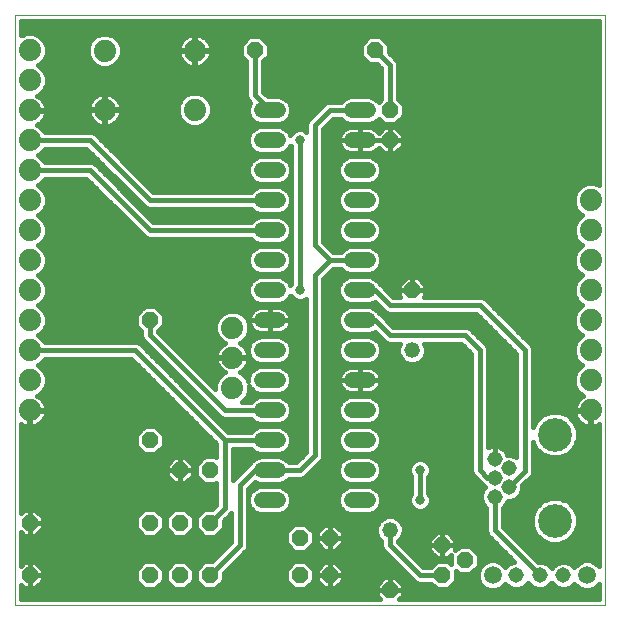
<source format=gbl>
G75*
%MOIN*%
%OFA0B0*%
%FSLAX25Y25*%
%IPPOS*%
%LPD*%
%AMOC8*
5,1,8,0,0,1.08239X$1,22.5*
%
%ADD10C,0.00000*%
%ADD11OC8,0.05200*%
%ADD12C,0.05200*%
%ADD13C,0.05150*%
%ADD14C,0.11220*%
%ADD15C,0.07400*%
%ADD16C,0.05200*%
%ADD17C,0.05937*%
%ADD18C,0.01600*%
%ADD19C,0.03169*%
D10*
X0001800Y0001800D02*
X0001800Y0198650D01*
X0198650Y0198650D01*
X0198650Y0001800D01*
X0001800Y0001800D01*
D11*
X0006800Y0011800D03*
X0006800Y0029300D03*
X0046800Y0029300D03*
X0056800Y0029300D03*
X0066800Y0029300D03*
X0066800Y0011800D03*
X0056800Y0011800D03*
X0046800Y0011800D03*
X0056800Y0046800D03*
X0066800Y0046800D03*
X0046800Y0056800D03*
X0046800Y0096800D03*
X0096800Y0024300D03*
X0106800Y0024300D03*
X0106800Y0011800D03*
X0096800Y0011800D03*
X0126800Y0006800D03*
X0144300Y0011800D03*
X0151800Y0016800D03*
X0144300Y0021800D03*
X0134300Y0106800D03*
X0126800Y0156800D03*
X0126800Y0166800D03*
X0121800Y0186800D03*
X0081800Y0186800D03*
D12*
X0134300Y0086800D03*
X0126800Y0026800D03*
D13*
X0161721Y0038001D03*
X0166446Y0041150D03*
X0161721Y0044300D03*
X0166446Y0047450D03*
X0161721Y0050599D03*
X0168926Y0011800D03*
X0176800Y0011800D03*
X0184674Y0011800D03*
D14*
X0181800Y0029930D03*
X0181800Y0058670D03*
D15*
X0193800Y0066800D03*
X0193800Y0076800D03*
X0193800Y0086800D03*
X0193800Y0096800D03*
X0193800Y0106800D03*
X0193800Y0116800D03*
X0193800Y0126800D03*
X0193800Y0136800D03*
X0074300Y0094300D03*
X0074300Y0084300D03*
X0074300Y0074300D03*
X0006800Y0076800D03*
X0006800Y0066800D03*
X0006800Y0086800D03*
X0006800Y0096800D03*
X0006800Y0106800D03*
X0006800Y0116800D03*
X0006800Y0126800D03*
X0006800Y0136800D03*
X0006800Y0146800D03*
X0006800Y0156800D03*
X0006800Y0166800D03*
X0006800Y0176800D03*
X0006800Y0186800D03*
X0031800Y0186643D03*
X0031800Y0166957D03*
X0061800Y0166957D03*
X0061800Y0186643D03*
D16*
X0084200Y0166800D02*
X0089400Y0166800D01*
X0089400Y0156800D02*
X0084200Y0156800D01*
X0084200Y0146800D02*
X0089400Y0146800D01*
X0089400Y0136800D02*
X0084200Y0136800D01*
X0084200Y0126800D02*
X0089400Y0126800D01*
X0089400Y0116800D02*
X0084200Y0116800D01*
X0084200Y0106800D02*
X0089400Y0106800D01*
X0089400Y0096800D02*
X0084200Y0096800D01*
X0084200Y0086800D02*
X0089400Y0086800D01*
X0089400Y0076800D02*
X0084200Y0076800D01*
X0084200Y0066800D02*
X0089400Y0066800D01*
X0089400Y0056800D02*
X0084200Y0056800D01*
X0084200Y0046800D02*
X0089400Y0046800D01*
X0089400Y0036800D02*
X0084200Y0036800D01*
X0114200Y0036800D02*
X0119400Y0036800D01*
X0119400Y0046800D02*
X0114200Y0046800D01*
X0114200Y0056800D02*
X0119400Y0056800D01*
X0119400Y0066800D02*
X0114200Y0066800D01*
X0114200Y0076800D02*
X0119400Y0076800D01*
X0119400Y0086800D02*
X0114200Y0086800D01*
X0114200Y0096800D02*
X0119400Y0096800D01*
X0119400Y0106800D02*
X0114200Y0106800D01*
X0114200Y0116800D02*
X0119400Y0116800D01*
X0119400Y0126800D02*
X0114200Y0126800D01*
X0114200Y0136800D02*
X0119400Y0136800D01*
X0119400Y0146800D02*
X0114200Y0146800D01*
X0114200Y0156800D02*
X0119400Y0156800D01*
X0119400Y0166800D02*
X0114200Y0166800D01*
D17*
X0161052Y0011800D03*
X0192548Y0011800D03*
D18*
X0189127Y0008194D02*
X0187538Y0008194D01*
X0187265Y0007922D02*
X0188334Y0008990D01*
X0188336Y0008986D01*
X0189734Y0007588D01*
X0191560Y0006831D01*
X0193536Y0006831D01*
X0195362Y0007588D01*
X0196650Y0008876D01*
X0196650Y0003800D01*
X0130023Y0003800D01*
X0131200Y0004977D01*
X0131200Y0006800D01*
X0131200Y0008623D01*
X0128623Y0011200D01*
X0126800Y0011200D01*
X0126800Y0006800D01*
X0126800Y0006800D01*
X0131200Y0006800D01*
X0126800Y0006800D01*
X0126800Y0006800D01*
X0126800Y0006800D01*
X0122400Y0006800D01*
X0122400Y0008623D01*
X0124977Y0011200D01*
X0126800Y0011200D01*
X0126800Y0006800D01*
X0122400Y0006800D01*
X0122400Y0004977D01*
X0123577Y0003800D01*
X0003800Y0003800D01*
X0003800Y0008577D01*
X0004977Y0007400D01*
X0006800Y0007400D01*
X0008623Y0007400D01*
X0011200Y0009977D01*
X0011200Y0011800D01*
X0011200Y0013623D01*
X0008623Y0016200D01*
X0006800Y0016200D01*
X0006800Y0011800D01*
X0006800Y0011800D01*
X0011200Y0011800D01*
X0006800Y0011800D01*
X0006800Y0011800D01*
X0006800Y0016200D01*
X0004977Y0016200D01*
X0003800Y0015023D01*
X0003800Y0026077D01*
X0004977Y0024900D01*
X0006800Y0024900D01*
X0008623Y0024900D01*
X0011200Y0027477D01*
X0011200Y0029300D01*
X0011200Y0031123D01*
X0008623Y0033700D01*
X0006800Y0033700D01*
X0006800Y0029300D01*
X0006800Y0029300D01*
X0011200Y0029300D01*
X0006800Y0029300D01*
X0006800Y0029300D01*
X0006800Y0033700D01*
X0004977Y0033700D01*
X0003800Y0032523D01*
X0003800Y0062181D01*
X0003917Y0062096D01*
X0004689Y0061703D01*
X0005512Y0061435D01*
X0006367Y0061300D01*
X0006600Y0061300D01*
X0006600Y0066600D01*
X0007000Y0066600D01*
X0007000Y0067000D01*
X0012300Y0067000D01*
X0012300Y0067233D01*
X0012165Y0068088D01*
X0011897Y0068911D01*
X0011504Y0069683D01*
X0010995Y0070383D01*
X0010383Y0070995D01*
X0009683Y0071504D01*
X0009336Y0071681D01*
X0010029Y0071968D01*
X0011632Y0073571D01*
X0012500Y0075666D01*
X0012500Y0077934D01*
X0011632Y0080029D01*
X0010029Y0081632D01*
X0009624Y0081800D01*
X0010029Y0081968D01*
X0011632Y0083571D01*
X0011810Y0084000D01*
X0040640Y0084000D01*
X0069000Y0055640D01*
X0069000Y0051105D01*
X0068705Y0051400D01*
X0064895Y0051400D01*
X0062200Y0048705D01*
X0062200Y0044895D01*
X0064895Y0042200D01*
X0068705Y0042200D01*
X0069000Y0042495D01*
X0069000Y0035460D01*
X0067440Y0033900D01*
X0064895Y0033900D01*
X0062200Y0031205D01*
X0062200Y0027395D01*
X0064895Y0024700D01*
X0068705Y0024700D01*
X0071400Y0027395D01*
X0071400Y0029940D01*
X0073386Y0031926D01*
X0074000Y0032540D01*
X0074000Y0022960D01*
X0067440Y0016400D01*
X0064895Y0016400D01*
X0062200Y0013705D01*
X0062200Y0009895D01*
X0064895Y0007200D01*
X0068705Y0007200D01*
X0071400Y0009895D01*
X0071400Y0012440D01*
X0079174Y0020214D01*
X0079600Y0021243D01*
X0079600Y0040640D01*
X0081782Y0042822D01*
X0083285Y0042200D01*
X0090315Y0042200D01*
X0092006Y0042900D01*
X0093105Y0044000D01*
X0097357Y0044000D01*
X0098386Y0044426D01*
X0103386Y0049426D01*
X0104174Y0050214D01*
X0104600Y0051243D01*
X0104600Y0110640D01*
X0107960Y0114000D01*
X0110495Y0114000D01*
X0111594Y0112900D01*
X0113285Y0112200D01*
X0120315Y0112200D01*
X0122006Y0112900D01*
X0123300Y0114194D01*
X0124000Y0115885D01*
X0124000Y0117715D01*
X0123300Y0119406D01*
X0122006Y0120700D01*
X0120315Y0121400D01*
X0113285Y0121400D01*
X0111594Y0120700D01*
X0110495Y0119600D01*
X0107960Y0119600D01*
X0104600Y0122960D01*
X0104600Y0160640D01*
X0107960Y0164000D01*
X0110495Y0164000D01*
X0111594Y0162900D01*
X0113285Y0162200D01*
X0120315Y0162200D01*
X0122006Y0162900D01*
X0123100Y0163995D01*
X0124895Y0162200D01*
X0128705Y0162200D01*
X0131400Y0164895D01*
X0131400Y0168705D01*
X0129600Y0170505D01*
X0129600Y0182357D01*
X0129174Y0183386D01*
X0126400Y0186160D01*
X0126400Y0188705D01*
X0123705Y0191400D01*
X0119895Y0191400D01*
X0117200Y0188705D01*
X0117200Y0184895D01*
X0119895Y0182200D01*
X0122440Y0182200D01*
X0124000Y0180640D01*
X0124000Y0170505D01*
X0123100Y0169605D01*
X0122006Y0170700D01*
X0120315Y0171400D01*
X0113285Y0171400D01*
X0111594Y0170700D01*
X0110495Y0169600D01*
X0106243Y0169600D01*
X0105214Y0169174D01*
X0104426Y0168386D01*
X0099426Y0163386D01*
X0099000Y0162357D01*
X0099000Y0159669D01*
X0098830Y0159839D01*
X0097513Y0160384D01*
X0096087Y0160384D01*
X0094770Y0159839D01*
X0093761Y0158830D01*
X0093650Y0158561D01*
X0093300Y0159406D01*
X0092006Y0160700D01*
X0090315Y0161400D01*
X0083285Y0161400D01*
X0081594Y0160700D01*
X0080300Y0159406D01*
X0079600Y0157715D01*
X0079600Y0155885D01*
X0080300Y0154194D01*
X0081594Y0152900D01*
X0083285Y0152200D01*
X0090315Y0152200D01*
X0092006Y0152900D01*
X0093300Y0154194D01*
X0093650Y0155039D01*
X0093761Y0154770D01*
X0094000Y0154531D01*
X0094000Y0109069D01*
X0093761Y0108830D01*
X0093650Y0108561D01*
X0093300Y0109406D01*
X0092006Y0110700D01*
X0090315Y0111400D01*
X0083285Y0111400D01*
X0081594Y0110700D01*
X0080300Y0109406D01*
X0079600Y0107715D01*
X0079600Y0105885D01*
X0080300Y0104194D01*
X0081594Y0102900D01*
X0083285Y0102200D01*
X0090315Y0102200D01*
X0092006Y0102900D01*
X0093300Y0104194D01*
X0093650Y0105039D01*
X0093761Y0104770D01*
X0094770Y0103761D01*
X0096087Y0103216D01*
X0097513Y0103216D01*
X0098830Y0103761D01*
X0099000Y0103931D01*
X0099000Y0052960D01*
X0095640Y0049600D01*
X0093105Y0049600D01*
X0092006Y0050700D01*
X0090315Y0051400D01*
X0083285Y0051400D01*
X0081594Y0050700D01*
X0080300Y0049406D01*
X0080197Y0049157D01*
X0075214Y0044174D01*
X0074600Y0043560D01*
X0074600Y0054000D01*
X0080495Y0054000D01*
X0081594Y0052900D01*
X0083285Y0052200D01*
X0090315Y0052200D01*
X0092006Y0052900D01*
X0093300Y0054194D01*
X0094000Y0055885D01*
X0094000Y0057715D01*
X0093300Y0059406D01*
X0092006Y0060700D01*
X0090315Y0061400D01*
X0083285Y0061400D01*
X0081594Y0060700D01*
X0080495Y0059600D01*
X0072960Y0059600D01*
X0043386Y0089174D01*
X0042357Y0089600D01*
X0011810Y0089600D01*
X0011632Y0090029D01*
X0010029Y0091632D01*
X0009624Y0091800D01*
X0010029Y0091968D01*
X0011632Y0093571D01*
X0012500Y0095666D01*
X0012500Y0097934D01*
X0011632Y0100029D01*
X0010029Y0101632D01*
X0009624Y0101800D01*
X0010029Y0101968D01*
X0011632Y0103571D01*
X0012500Y0105666D01*
X0012500Y0107934D01*
X0011632Y0110029D01*
X0010029Y0111632D01*
X0009624Y0111800D01*
X0010029Y0111968D01*
X0011632Y0113571D01*
X0012500Y0115666D01*
X0012500Y0117934D01*
X0011632Y0120029D01*
X0010029Y0121632D01*
X0009624Y0121800D01*
X0010029Y0121968D01*
X0011632Y0123571D01*
X0012500Y0125666D01*
X0012500Y0127934D01*
X0011632Y0130029D01*
X0010029Y0131632D01*
X0009624Y0131800D01*
X0010029Y0131968D01*
X0011632Y0133571D01*
X0012500Y0135666D01*
X0012500Y0137934D01*
X0011632Y0140029D01*
X0010029Y0141632D01*
X0009624Y0141800D01*
X0010029Y0141968D01*
X0011632Y0143571D01*
X0011810Y0144000D01*
X0025640Y0144000D01*
X0044426Y0125214D01*
X0045214Y0124426D01*
X0046243Y0124000D01*
X0080495Y0124000D01*
X0081594Y0122900D01*
X0083285Y0122200D01*
X0090315Y0122200D01*
X0092006Y0122900D01*
X0093300Y0124194D01*
X0094000Y0125885D01*
X0094000Y0127715D01*
X0093300Y0129406D01*
X0092006Y0130700D01*
X0090315Y0131400D01*
X0083285Y0131400D01*
X0081594Y0130700D01*
X0080495Y0129600D01*
X0047960Y0129600D01*
X0028386Y0149174D01*
X0027357Y0149600D01*
X0011810Y0149600D01*
X0011632Y0150029D01*
X0010029Y0151632D01*
X0009624Y0151800D01*
X0010029Y0151968D01*
X0011632Y0153571D01*
X0011810Y0154000D01*
X0025640Y0154000D01*
X0044426Y0135214D01*
X0045214Y0134426D01*
X0046243Y0134000D01*
X0080495Y0134000D01*
X0081594Y0132900D01*
X0083285Y0132200D01*
X0090315Y0132200D01*
X0092006Y0132900D01*
X0093300Y0134194D01*
X0094000Y0135885D01*
X0094000Y0137715D01*
X0093300Y0139406D01*
X0092006Y0140700D01*
X0090315Y0141400D01*
X0083285Y0141400D01*
X0081594Y0140700D01*
X0080495Y0139600D01*
X0047960Y0139600D01*
X0028386Y0159174D01*
X0027357Y0159600D01*
X0011810Y0159600D01*
X0011632Y0160029D01*
X0010029Y0161632D01*
X0009336Y0161919D01*
X0009683Y0162096D01*
X0010383Y0162605D01*
X0010995Y0163217D01*
X0011504Y0163917D01*
X0011897Y0164689D01*
X0012165Y0165512D01*
X0012300Y0166367D01*
X0012300Y0166600D01*
X0007000Y0166600D01*
X0007000Y0167000D01*
X0012300Y0167000D01*
X0012300Y0167233D01*
X0012165Y0168088D01*
X0011897Y0168911D01*
X0011504Y0169683D01*
X0010995Y0170383D01*
X0010383Y0170995D01*
X0009683Y0171504D01*
X0009336Y0171681D01*
X0010029Y0171968D01*
X0011632Y0173571D01*
X0012500Y0175666D01*
X0012500Y0177934D01*
X0011632Y0180029D01*
X0010029Y0181632D01*
X0009624Y0181800D01*
X0010029Y0181968D01*
X0011632Y0183571D01*
X0012500Y0185666D01*
X0012500Y0187934D01*
X0011632Y0190029D01*
X0010029Y0191632D01*
X0007934Y0192500D01*
X0005666Y0192500D01*
X0003800Y0191727D01*
X0003800Y0196650D01*
X0196650Y0196650D01*
X0196650Y0141789D01*
X0194934Y0142500D01*
X0192666Y0142500D01*
X0190571Y0141632D01*
X0188968Y0140029D01*
X0188100Y0137934D01*
X0188100Y0135666D01*
X0188968Y0133571D01*
X0190571Y0131968D01*
X0190976Y0131800D01*
X0190571Y0131632D01*
X0188968Y0130029D01*
X0188100Y0127934D01*
X0188100Y0125666D01*
X0188968Y0123571D01*
X0190571Y0121968D01*
X0190976Y0121800D01*
X0190571Y0121632D01*
X0188968Y0120029D01*
X0188100Y0117934D01*
X0188100Y0115666D01*
X0188968Y0113571D01*
X0190571Y0111968D01*
X0190976Y0111800D01*
X0190571Y0111632D01*
X0188968Y0110029D01*
X0188100Y0107934D01*
X0188100Y0105666D01*
X0188968Y0103571D01*
X0190571Y0101968D01*
X0190976Y0101800D01*
X0190571Y0101632D01*
X0188968Y0100029D01*
X0188100Y0097934D01*
X0188100Y0095666D01*
X0188968Y0093571D01*
X0190571Y0091968D01*
X0190976Y0091800D01*
X0190571Y0091632D01*
X0188968Y0090029D01*
X0188100Y0087934D01*
X0188100Y0085666D01*
X0188968Y0083571D01*
X0190571Y0081968D01*
X0190976Y0081800D01*
X0190571Y0081632D01*
X0188968Y0080029D01*
X0188100Y0077934D01*
X0188100Y0075666D01*
X0188968Y0073571D01*
X0190571Y0071968D01*
X0191264Y0071681D01*
X0190917Y0071504D01*
X0190217Y0070995D01*
X0189605Y0070383D01*
X0189096Y0069683D01*
X0188703Y0068911D01*
X0188435Y0068088D01*
X0188300Y0067233D01*
X0188300Y0067000D01*
X0193600Y0067000D01*
X0193600Y0066600D01*
X0194000Y0066600D01*
X0194000Y0061300D01*
X0194233Y0061300D01*
X0195088Y0061435D01*
X0195911Y0061703D01*
X0196650Y0062080D01*
X0196650Y0014724D01*
X0195362Y0016012D01*
X0193536Y0016768D01*
X0191560Y0016768D01*
X0189734Y0016012D01*
X0188336Y0014614D01*
X0188334Y0014610D01*
X0187265Y0015678D01*
X0185584Y0016375D01*
X0183764Y0016375D01*
X0182083Y0015678D01*
X0180796Y0014391D01*
X0180737Y0014250D01*
X0180678Y0014391D01*
X0179391Y0015678D01*
X0177710Y0016375D01*
X0176185Y0016375D01*
X0164521Y0028039D01*
X0164521Y0034331D01*
X0165600Y0035409D01*
X0166083Y0036576D01*
X0167356Y0036576D01*
X0169037Y0037272D01*
X0170324Y0038559D01*
X0171020Y0040240D01*
X0171020Y0041765D01*
X0174174Y0044919D01*
X0174600Y0045948D01*
X0174600Y0056166D01*
X0175348Y0054359D01*
X0177489Y0052218D01*
X0180286Y0051060D01*
X0183314Y0051060D01*
X0186111Y0052218D01*
X0188252Y0054359D01*
X0189410Y0057156D01*
X0189410Y0060184D01*
X0188252Y0062981D01*
X0186111Y0065122D01*
X0183314Y0066280D01*
X0180286Y0066280D01*
X0177489Y0065122D01*
X0175348Y0062981D01*
X0174600Y0061174D01*
X0174600Y0087357D01*
X0174174Y0088386D01*
X0173386Y0089174D01*
X0158386Y0104174D01*
X0157357Y0104600D01*
X0138323Y0104600D01*
X0138700Y0104977D01*
X0138700Y0106800D01*
X0138700Y0108623D01*
X0136123Y0111200D01*
X0134300Y0111200D01*
X0134300Y0106800D01*
X0134300Y0106800D01*
X0138700Y0106800D01*
X0134300Y0106800D01*
X0134300Y0106800D01*
X0134300Y0106800D01*
X0129900Y0106800D01*
X0129900Y0108623D01*
X0132477Y0111200D01*
X0134300Y0111200D01*
X0134300Y0106800D01*
X0129900Y0106800D01*
X0129900Y0104977D01*
X0130277Y0104600D01*
X0127960Y0104600D01*
X0123403Y0109157D01*
X0123300Y0109406D01*
X0122006Y0110700D01*
X0120315Y0111400D01*
X0113285Y0111400D01*
X0111594Y0110700D01*
X0110300Y0109406D01*
X0109600Y0107715D01*
X0109600Y0105885D01*
X0110300Y0104194D01*
X0111594Y0102900D01*
X0113285Y0102200D01*
X0120315Y0102200D01*
X0121818Y0102822D01*
X0124426Y0100214D01*
X0125214Y0099426D01*
X0126243Y0099000D01*
X0155640Y0099000D01*
X0169000Y0085640D01*
X0169000Y0051343D01*
X0167356Y0052024D01*
X0165858Y0052024D01*
X0165776Y0052279D01*
X0165463Y0052892D01*
X0165058Y0053449D01*
X0164571Y0053936D01*
X0164014Y0054341D01*
X0163401Y0054653D01*
X0162746Y0054866D01*
X0162066Y0054974D01*
X0161721Y0054974D01*
X0161377Y0054974D01*
X0160697Y0054866D01*
X0160042Y0054653D01*
X0159600Y0054428D01*
X0159600Y0087357D01*
X0159174Y0088386D01*
X0153386Y0094174D01*
X0152357Y0094600D01*
X0127960Y0094600D01*
X0123403Y0099157D01*
X0123300Y0099406D01*
X0122006Y0100700D01*
X0120315Y0101400D01*
X0113285Y0101400D01*
X0111594Y0100700D01*
X0110300Y0099406D01*
X0109600Y0097715D01*
X0109600Y0095885D01*
X0110300Y0094194D01*
X0111594Y0092900D01*
X0113285Y0092200D01*
X0120315Y0092200D01*
X0121818Y0092822D01*
X0124426Y0090214D01*
X0125214Y0089426D01*
X0126243Y0089000D01*
X0130232Y0089000D01*
X0129700Y0087715D01*
X0129700Y0085885D01*
X0130400Y0084194D01*
X0131694Y0082900D01*
X0133385Y0082200D01*
X0135215Y0082200D01*
X0136906Y0082900D01*
X0138200Y0084194D01*
X0138900Y0085885D01*
X0138900Y0087715D01*
X0138368Y0089000D01*
X0150640Y0089000D01*
X0154000Y0085640D01*
X0154000Y0046243D01*
X0154426Y0045214D01*
X0156926Y0042714D01*
X0157714Y0041926D01*
X0157761Y0041907D01*
X0157843Y0041709D01*
X0158401Y0041150D01*
X0157843Y0040592D01*
X0157146Y0038911D01*
X0157146Y0037091D01*
X0157843Y0035409D01*
X0158921Y0034331D01*
X0158921Y0026322D01*
X0159348Y0025293D01*
X0168265Y0016375D01*
X0168016Y0016375D01*
X0166335Y0015678D01*
X0165266Y0014610D01*
X0165264Y0014614D01*
X0163866Y0016012D01*
X0162040Y0016768D01*
X0160064Y0016768D01*
X0158238Y0016012D01*
X0156840Y0014614D01*
X0156083Y0012788D01*
X0156083Y0010812D01*
X0156840Y0008986D01*
X0158238Y0007588D01*
X0160064Y0006831D01*
X0162040Y0006831D01*
X0163866Y0007588D01*
X0165264Y0008986D01*
X0165266Y0008990D01*
X0166335Y0007922D01*
X0168016Y0007225D01*
X0169836Y0007225D01*
X0171517Y0007922D01*
X0172804Y0009209D01*
X0172863Y0009350D01*
X0172922Y0009209D01*
X0174209Y0007922D01*
X0175890Y0007225D01*
X0177710Y0007225D01*
X0179391Y0007922D01*
X0180678Y0009209D01*
X0180737Y0009350D01*
X0180796Y0009209D01*
X0182083Y0007922D01*
X0183764Y0007225D01*
X0185584Y0007225D01*
X0187265Y0007922D01*
X0181810Y0008194D02*
X0179664Y0008194D01*
X0176800Y0011800D02*
X0161721Y0026879D01*
X0161721Y0038001D01*
X0157666Y0040164D02*
X0139600Y0040164D01*
X0139600Y0039069D02*
X0139600Y0044531D01*
X0139839Y0044770D01*
X0140384Y0046087D01*
X0140384Y0047513D01*
X0139839Y0048830D01*
X0138830Y0049839D01*
X0137513Y0050384D01*
X0136087Y0050384D01*
X0134770Y0049839D01*
X0133761Y0048830D01*
X0133216Y0047513D01*
X0133216Y0046087D01*
X0133761Y0044770D01*
X0134000Y0044531D01*
X0134000Y0039069D01*
X0133761Y0038830D01*
X0133216Y0037513D01*
X0133216Y0036087D01*
X0133761Y0034770D01*
X0134770Y0033761D01*
X0136087Y0033216D01*
X0137513Y0033216D01*
X0138830Y0033761D01*
X0139839Y0034770D01*
X0140384Y0036087D01*
X0140384Y0037513D01*
X0139839Y0038830D01*
X0139600Y0039069D01*
X0139948Y0038566D02*
X0157146Y0038566D01*
X0157198Y0036967D02*
X0140384Y0036967D01*
X0140087Y0035369D02*
X0157884Y0035369D01*
X0158921Y0033770D02*
X0138839Y0033770D01*
X0136800Y0036800D02*
X0136800Y0046800D01*
X0140118Y0048157D02*
X0154000Y0048157D01*
X0154000Y0049755D02*
X0138914Y0049755D01*
X0140384Y0046558D02*
X0154000Y0046558D01*
X0154680Y0044960D02*
X0139917Y0044960D01*
X0139600Y0043361D02*
X0156279Y0043361D01*
X0157820Y0041763D02*
X0139600Y0041763D01*
X0134000Y0041763D02*
X0080723Y0041763D01*
X0081594Y0040700D02*
X0080300Y0039406D01*
X0079600Y0037715D01*
X0079600Y0035885D01*
X0080300Y0034194D01*
X0081594Y0032900D01*
X0083285Y0032200D01*
X0090315Y0032200D01*
X0092006Y0032900D01*
X0093300Y0034194D01*
X0094000Y0035885D01*
X0094000Y0037715D01*
X0093300Y0039406D01*
X0092006Y0040700D01*
X0090315Y0041400D01*
X0083285Y0041400D01*
X0081594Y0040700D01*
X0081059Y0040164D02*
X0079600Y0040164D01*
X0079600Y0038566D02*
X0079952Y0038566D01*
X0079600Y0036967D02*
X0079600Y0036967D01*
X0079600Y0035369D02*
X0079814Y0035369D01*
X0079600Y0033770D02*
X0080724Y0033770D01*
X0079600Y0032172D02*
X0158921Y0032172D01*
X0158921Y0030573D02*
X0129532Y0030573D01*
X0129406Y0030700D02*
X0127715Y0031400D01*
X0125885Y0031400D01*
X0124194Y0030700D01*
X0122900Y0029406D01*
X0122200Y0027715D01*
X0122200Y0025885D01*
X0122900Y0024194D01*
X0124000Y0023095D01*
X0124000Y0021243D01*
X0124426Y0020214D01*
X0134426Y0010214D01*
X0135214Y0009426D01*
X0136243Y0009000D01*
X0140595Y0009000D01*
X0142395Y0007200D01*
X0146205Y0007200D01*
X0148900Y0009895D01*
X0148900Y0013195D01*
X0149895Y0012200D01*
X0153705Y0012200D01*
X0156400Y0014895D01*
X0156400Y0018705D01*
X0153705Y0021400D01*
X0149895Y0021400D01*
X0148700Y0020205D01*
X0148700Y0021800D01*
X0148700Y0023623D01*
X0146123Y0026200D01*
X0144300Y0026200D01*
X0144300Y0021800D01*
X0144300Y0021800D01*
X0148700Y0021800D01*
X0144300Y0021800D01*
X0144300Y0021800D01*
X0144300Y0017400D01*
X0146123Y0017400D01*
X0147200Y0018477D01*
X0147200Y0015405D01*
X0146205Y0016400D01*
X0142395Y0016400D01*
X0140595Y0014600D01*
X0137960Y0014600D01*
X0129600Y0022960D01*
X0129600Y0023095D01*
X0130700Y0024194D01*
X0131400Y0025885D01*
X0131400Y0027715D01*
X0130700Y0029406D01*
X0129406Y0030700D01*
X0130878Y0028975D02*
X0158921Y0028975D01*
X0158921Y0027376D02*
X0131400Y0027376D01*
X0131356Y0025778D02*
X0142055Y0025778D01*
X0142477Y0026200D02*
X0139900Y0023623D01*
X0139900Y0021800D01*
X0144300Y0021800D01*
X0144300Y0021800D01*
X0144300Y0021800D01*
X0144300Y0026200D01*
X0142477Y0026200D01*
X0144300Y0025778D02*
X0144300Y0025778D01*
X0144300Y0024179D02*
X0144300Y0024179D01*
X0144300Y0022581D02*
X0144300Y0022581D01*
X0144300Y0021800D02*
X0139900Y0021800D01*
X0139900Y0019977D01*
X0142477Y0017400D01*
X0144300Y0017400D01*
X0144300Y0021800D01*
X0144300Y0020982D02*
X0144300Y0020982D01*
X0144300Y0019384D02*
X0144300Y0019384D01*
X0144300Y0017785D02*
X0144300Y0017785D01*
X0146508Y0017785D02*
X0147200Y0017785D01*
X0147200Y0016187D02*
X0146419Y0016187D01*
X0148900Y0012990D02*
X0149105Y0012990D01*
X0148900Y0011391D02*
X0156083Y0011391D01*
X0156167Y0012990D02*
X0154495Y0012990D01*
X0156093Y0014588D02*
X0156829Y0014588D01*
X0156400Y0016187D02*
X0158659Y0016187D01*
X0156400Y0017785D02*
X0166855Y0017785D01*
X0167562Y0016187D02*
X0163445Y0016187D01*
X0165257Y0019384D02*
X0155722Y0019384D01*
X0154123Y0020982D02*
X0163658Y0020982D01*
X0162060Y0022581D02*
X0148700Y0022581D01*
X0148700Y0020982D02*
X0149477Y0020982D01*
X0148143Y0024179D02*
X0160461Y0024179D01*
X0159147Y0025778D02*
X0146545Y0025778D01*
X0140457Y0024179D02*
X0130685Y0024179D01*
X0129979Y0022581D02*
X0139900Y0022581D01*
X0139900Y0020982D02*
X0131578Y0020982D01*
X0133176Y0019384D02*
X0140494Y0019384D01*
X0142092Y0017785D02*
X0134775Y0017785D01*
X0136373Y0016187D02*
X0142181Y0016187D01*
X0144300Y0011800D02*
X0136800Y0011800D01*
X0126800Y0021800D01*
X0126800Y0026800D01*
X0122722Y0028975D02*
X0079600Y0028975D01*
X0079600Y0030573D02*
X0124068Y0030573D01*
X0122006Y0032900D02*
X0123300Y0034194D01*
X0124000Y0035885D01*
X0124000Y0037715D01*
X0123300Y0039406D01*
X0122006Y0040700D01*
X0120315Y0041400D01*
X0113285Y0041400D01*
X0111594Y0040700D01*
X0110300Y0039406D01*
X0109600Y0037715D01*
X0109600Y0035885D01*
X0110300Y0034194D01*
X0111594Y0032900D01*
X0113285Y0032200D01*
X0120315Y0032200D01*
X0122006Y0032900D01*
X0122876Y0033770D02*
X0134761Y0033770D01*
X0133513Y0035369D02*
X0123786Y0035369D01*
X0124000Y0036967D02*
X0133216Y0036967D01*
X0133652Y0038566D02*
X0123648Y0038566D01*
X0122541Y0040164D02*
X0134000Y0040164D01*
X0134000Y0043361D02*
X0122467Y0043361D01*
X0122006Y0042900D02*
X0123300Y0044194D01*
X0124000Y0045885D01*
X0124000Y0047715D01*
X0123300Y0049406D01*
X0122006Y0050700D01*
X0120315Y0051400D01*
X0113285Y0051400D01*
X0111594Y0050700D01*
X0110300Y0049406D01*
X0109600Y0047715D01*
X0109600Y0045885D01*
X0110300Y0044194D01*
X0111594Y0042900D01*
X0113285Y0042200D01*
X0120315Y0042200D01*
X0122006Y0042900D01*
X0123617Y0044960D02*
X0133683Y0044960D01*
X0133216Y0046558D02*
X0124000Y0046558D01*
X0123817Y0048157D02*
X0133482Y0048157D01*
X0134686Y0049755D02*
X0122950Y0049755D01*
X0120426Y0051354D02*
X0154000Y0051354D01*
X0154000Y0052952D02*
X0122058Y0052952D01*
X0122006Y0052900D02*
X0123300Y0054194D01*
X0124000Y0055885D01*
X0124000Y0057715D01*
X0123300Y0059406D01*
X0122006Y0060700D01*
X0120315Y0061400D01*
X0113285Y0061400D01*
X0111594Y0060700D01*
X0110300Y0059406D01*
X0109600Y0057715D01*
X0109600Y0055885D01*
X0110300Y0054194D01*
X0111594Y0052900D01*
X0113285Y0052200D01*
X0120315Y0052200D01*
X0122006Y0052900D01*
X0123447Y0054551D02*
X0154000Y0054551D01*
X0154000Y0056149D02*
X0124000Y0056149D01*
X0123986Y0057748D02*
X0154000Y0057748D01*
X0154000Y0059346D02*
X0123324Y0059346D01*
X0121414Y0060945D02*
X0154000Y0060945D01*
X0154000Y0062543D02*
X0121144Y0062543D01*
X0120315Y0062200D02*
X0122006Y0062900D01*
X0123300Y0064194D01*
X0124000Y0065885D01*
X0124000Y0067715D01*
X0123300Y0069406D01*
X0122006Y0070700D01*
X0120315Y0071400D01*
X0113285Y0071400D01*
X0111594Y0070700D01*
X0110300Y0069406D01*
X0109600Y0067715D01*
X0109600Y0065885D01*
X0110300Y0064194D01*
X0111594Y0062900D01*
X0113285Y0062200D01*
X0120315Y0062200D01*
X0123247Y0064142D02*
X0154000Y0064142D01*
X0154000Y0065740D02*
X0123940Y0065740D01*
X0124000Y0067339D02*
X0154000Y0067339D01*
X0154000Y0068937D02*
X0123494Y0068937D01*
X0122169Y0070536D02*
X0154000Y0070536D01*
X0154000Y0072134D02*
X0104600Y0072134D01*
X0104600Y0070536D02*
X0111431Y0070536D01*
X0110106Y0068937D02*
X0104600Y0068937D01*
X0104600Y0067339D02*
X0109600Y0067339D01*
X0109660Y0065740D02*
X0104600Y0065740D01*
X0104600Y0064142D02*
X0110353Y0064142D01*
X0112456Y0062543D02*
X0104600Y0062543D01*
X0104600Y0060945D02*
X0112186Y0060945D01*
X0110276Y0059346D02*
X0104600Y0059346D01*
X0104600Y0057748D02*
X0109614Y0057748D01*
X0109600Y0056149D02*
X0104600Y0056149D01*
X0104600Y0054551D02*
X0110153Y0054551D01*
X0111542Y0052952D02*
X0104600Y0052952D01*
X0104600Y0051354D02*
X0113174Y0051354D01*
X0110650Y0049755D02*
X0103715Y0049755D01*
X0103386Y0049426D02*
X0103386Y0049426D01*
X0102117Y0048157D02*
X0109783Y0048157D01*
X0109600Y0046558D02*
X0100518Y0046558D01*
X0098920Y0044960D02*
X0109983Y0044960D01*
X0111133Y0043361D02*
X0092467Y0043361D01*
X0092541Y0040164D02*
X0111059Y0040164D01*
X0109952Y0038566D02*
X0093648Y0038566D01*
X0094000Y0036967D02*
X0109600Y0036967D01*
X0109814Y0035369D02*
X0093786Y0035369D01*
X0092876Y0033770D02*
X0110724Y0033770D01*
X0108623Y0028700D02*
X0106800Y0028700D01*
X0106800Y0024300D01*
X0111200Y0024300D01*
X0111200Y0026123D01*
X0108623Y0028700D01*
X0106800Y0028700D02*
X0104977Y0028700D01*
X0102400Y0026123D01*
X0102400Y0024300D01*
X0106800Y0024300D01*
X0106800Y0024300D01*
X0106800Y0024300D01*
X0111200Y0024300D01*
X0111200Y0022477D01*
X0108623Y0019900D01*
X0106800Y0019900D01*
X0106800Y0024300D01*
X0106800Y0024300D01*
X0106800Y0024300D01*
X0106800Y0028700D01*
X0106800Y0027376D02*
X0106800Y0027376D01*
X0106800Y0025778D02*
X0106800Y0025778D01*
X0106800Y0024300D02*
X0102400Y0024300D01*
X0102400Y0022477D01*
X0104977Y0019900D01*
X0106800Y0019900D01*
X0106800Y0024300D01*
X0106800Y0024179D02*
X0106800Y0024179D01*
X0106800Y0022581D02*
X0106800Y0022581D01*
X0106800Y0020982D02*
X0106800Y0020982D01*
X0109705Y0020982D02*
X0124108Y0020982D01*
X0124000Y0022581D02*
X0111200Y0022581D01*
X0111200Y0024179D02*
X0122915Y0024179D01*
X0122244Y0025778D02*
X0111200Y0025778D01*
X0109946Y0027376D02*
X0122200Y0027376D01*
X0125257Y0019384D02*
X0078343Y0019384D01*
X0079492Y0020982D02*
X0093612Y0020982D01*
X0094895Y0019700D02*
X0092200Y0022395D01*
X0092200Y0026205D01*
X0094895Y0028900D01*
X0098705Y0028900D01*
X0101400Y0026205D01*
X0101400Y0022395D01*
X0098705Y0019700D01*
X0094895Y0019700D01*
X0094895Y0016400D02*
X0092200Y0013705D01*
X0092200Y0009895D01*
X0094895Y0007200D01*
X0098705Y0007200D01*
X0101400Y0009895D01*
X0101400Y0013705D01*
X0098705Y0016400D01*
X0094895Y0016400D01*
X0094681Y0016187D02*
X0075146Y0016187D01*
X0073548Y0014588D02*
X0093083Y0014588D01*
X0092200Y0012990D02*
X0071949Y0012990D01*
X0071400Y0011391D02*
X0092200Y0011391D01*
X0092302Y0009793D02*
X0071298Y0009793D01*
X0069699Y0008194D02*
X0093901Y0008194D01*
X0099699Y0008194D02*
X0104183Y0008194D01*
X0104977Y0007400D02*
X0106800Y0007400D01*
X0108623Y0007400D01*
X0111200Y0009977D01*
X0111200Y0011800D01*
X0111200Y0013623D01*
X0108623Y0016200D01*
X0106800Y0016200D01*
X0106800Y0011800D01*
X0111200Y0011800D01*
X0106800Y0011800D01*
X0106800Y0011800D01*
X0106800Y0011800D01*
X0106800Y0007400D01*
X0106800Y0011800D01*
X0106800Y0011800D01*
X0106800Y0011800D01*
X0102400Y0011800D01*
X0102400Y0013623D01*
X0104977Y0016200D01*
X0106800Y0016200D01*
X0106800Y0011800D01*
X0102400Y0011800D01*
X0102400Y0009977D01*
X0104977Y0007400D01*
X0106800Y0008194D02*
X0106800Y0008194D01*
X0106800Y0009793D02*
X0106800Y0009793D01*
X0106800Y0011391D02*
X0106800Y0011391D01*
X0106800Y0012990D02*
X0106800Y0012990D01*
X0106800Y0014588D02*
X0106800Y0014588D01*
X0106800Y0016187D02*
X0106800Y0016187D01*
X0108636Y0016187D02*
X0128454Y0016187D01*
X0130052Y0014588D02*
X0110234Y0014588D01*
X0111200Y0012990D02*
X0131651Y0012990D01*
X0133249Y0011391D02*
X0111200Y0011391D01*
X0111015Y0009793D02*
X0123570Y0009793D01*
X0122400Y0008194D02*
X0109417Y0008194D01*
X0102585Y0009793D02*
X0101298Y0009793D01*
X0101400Y0011391D02*
X0102400Y0011391D01*
X0102400Y0012990D02*
X0101400Y0012990D01*
X0100517Y0014588D02*
X0103366Y0014588D01*
X0104964Y0016187D02*
X0098919Y0016187D01*
X0099988Y0020982D02*
X0103895Y0020982D01*
X0102400Y0022581D02*
X0101400Y0022581D01*
X0101400Y0024179D02*
X0102400Y0024179D01*
X0102400Y0025778D02*
X0101400Y0025778D01*
X0100229Y0027376D02*
X0103654Y0027376D01*
X0093371Y0027376D02*
X0079600Y0027376D01*
X0079600Y0025778D02*
X0092200Y0025778D01*
X0092200Y0024179D02*
X0079600Y0024179D01*
X0079600Y0022581D02*
X0092200Y0022581D01*
X0076800Y0021800D02*
X0066800Y0011800D01*
X0063901Y0008194D02*
X0059699Y0008194D01*
X0058705Y0007200D02*
X0061400Y0009895D01*
X0061400Y0013705D01*
X0058705Y0016400D01*
X0054895Y0016400D01*
X0052200Y0013705D01*
X0052200Y0009895D01*
X0054895Y0007200D01*
X0058705Y0007200D01*
X0061298Y0009793D02*
X0062302Y0009793D01*
X0062200Y0011391D02*
X0061400Y0011391D01*
X0061400Y0012990D02*
X0062200Y0012990D01*
X0063083Y0014588D02*
X0060517Y0014588D01*
X0058919Y0016187D02*
X0064681Y0016187D01*
X0068825Y0017785D02*
X0003800Y0017785D01*
X0003800Y0016187D02*
X0004964Y0016187D01*
X0006800Y0016187D02*
X0006800Y0016187D01*
X0006800Y0014588D02*
X0006800Y0014588D01*
X0006800Y0012990D02*
X0006800Y0012990D01*
X0006800Y0011800D02*
X0006800Y0007400D01*
X0006800Y0011800D01*
X0006800Y0011800D01*
X0006800Y0011391D02*
X0006800Y0011391D01*
X0006800Y0009793D02*
X0006800Y0009793D01*
X0006800Y0008194D02*
X0006800Y0008194D01*
X0009417Y0008194D02*
X0043901Y0008194D01*
X0044895Y0007200D02*
X0048705Y0007200D01*
X0051400Y0009895D01*
X0051400Y0013705D01*
X0048705Y0016400D01*
X0044895Y0016400D01*
X0042200Y0013705D01*
X0042200Y0009895D01*
X0044895Y0007200D01*
X0042302Y0009793D02*
X0011015Y0009793D01*
X0011200Y0011391D02*
X0042200Y0011391D01*
X0042200Y0012990D02*
X0011200Y0012990D01*
X0010234Y0014588D02*
X0043083Y0014588D01*
X0044681Y0016187D02*
X0008636Y0016187D01*
X0003800Y0019384D02*
X0070424Y0019384D01*
X0072022Y0020982D02*
X0003800Y0020982D01*
X0003800Y0022581D02*
X0073621Y0022581D01*
X0074000Y0024179D02*
X0003800Y0024179D01*
X0003800Y0025778D02*
X0004100Y0025778D01*
X0006800Y0025778D02*
X0006800Y0025778D01*
X0006800Y0024900D02*
X0006800Y0029300D01*
X0006800Y0029300D01*
X0006800Y0024900D01*
X0006800Y0027376D02*
X0006800Y0027376D01*
X0006800Y0028975D02*
X0006800Y0028975D01*
X0006800Y0030573D02*
X0006800Y0030573D01*
X0006800Y0032172D02*
X0006800Y0032172D01*
X0010151Y0032172D02*
X0043166Y0032172D01*
X0042200Y0031205D02*
X0044895Y0033900D01*
X0048705Y0033900D01*
X0051400Y0031205D01*
X0051400Y0027395D01*
X0048705Y0024700D01*
X0044895Y0024700D01*
X0042200Y0027395D01*
X0042200Y0031205D01*
X0042200Y0030573D02*
X0011200Y0030573D01*
X0011200Y0028975D02*
X0042200Y0028975D01*
X0042218Y0027376D02*
X0011099Y0027376D01*
X0009500Y0025778D02*
X0043817Y0025778D01*
X0049783Y0025778D02*
X0053817Y0025778D01*
X0054895Y0024700D02*
X0052200Y0027395D01*
X0052200Y0031205D01*
X0054895Y0033900D01*
X0058705Y0033900D01*
X0061400Y0031205D01*
X0061400Y0027395D01*
X0058705Y0024700D01*
X0054895Y0024700D01*
X0052218Y0027376D02*
X0051382Y0027376D01*
X0051400Y0028975D02*
X0052200Y0028975D01*
X0052200Y0030573D02*
X0051400Y0030573D01*
X0050434Y0032172D02*
X0053166Y0032172D01*
X0054765Y0033770D02*
X0048835Y0033770D01*
X0044765Y0033770D02*
X0003800Y0033770D01*
X0003800Y0035369D02*
X0068909Y0035369D01*
X0069000Y0036967D02*
X0003800Y0036967D01*
X0003800Y0038566D02*
X0069000Y0038566D01*
X0069000Y0040164D02*
X0003800Y0040164D01*
X0003800Y0041763D02*
X0069000Y0041763D01*
X0063733Y0043361D02*
X0059584Y0043361D01*
X0058623Y0042400D02*
X0061200Y0044977D01*
X0061200Y0046800D01*
X0061200Y0048623D01*
X0058623Y0051200D01*
X0056800Y0051200D01*
X0056800Y0046800D01*
X0061200Y0046800D01*
X0056800Y0046800D01*
X0056800Y0046800D01*
X0056800Y0046800D01*
X0056800Y0042400D01*
X0058623Y0042400D01*
X0056800Y0042400D02*
X0056800Y0046800D01*
X0056800Y0046800D01*
X0056800Y0046800D01*
X0052400Y0046800D01*
X0052400Y0048623D01*
X0054977Y0051200D01*
X0056800Y0051200D01*
X0056800Y0046800D01*
X0052400Y0046800D01*
X0052400Y0044977D01*
X0054977Y0042400D01*
X0056800Y0042400D01*
X0056800Y0043361D02*
X0056800Y0043361D01*
X0056800Y0044960D02*
X0056800Y0044960D01*
X0056800Y0046558D02*
X0056800Y0046558D01*
X0056800Y0048157D02*
X0056800Y0048157D01*
X0056800Y0049755D02*
X0056800Y0049755D01*
X0060067Y0049755D02*
X0063250Y0049755D01*
X0062200Y0048157D02*
X0061200Y0048157D01*
X0061200Y0046558D02*
X0062200Y0046558D01*
X0062200Y0044960D02*
X0061182Y0044960D01*
X0064848Y0051354D02*
X0003800Y0051354D01*
X0003800Y0052952D02*
X0044142Y0052952D01*
X0044895Y0052200D02*
X0042200Y0054895D01*
X0042200Y0058705D01*
X0044895Y0061400D01*
X0048705Y0061400D01*
X0051400Y0058705D01*
X0051400Y0054895D01*
X0048705Y0052200D01*
X0044895Y0052200D01*
X0042544Y0054551D02*
X0003800Y0054551D01*
X0003800Y0056149D02*
X0042200Y0056149D01*
X0042200Y0057748D02*
X0003800Y0057748D01*
X0003800Y0059346D02*
X0042841Y0059346D01*
X0044440Y0060945D02*
X0003800Y0060945D01*
X0007000Y0061300D02*
X0007233Y0061300D01*
X0008088Y0061435D01*
X0008911Y0061703D01*
X0009683Y0062096D01*
X0010383Y0062605D01*
X0010995Y0063217D01*
X0011504Y0063917D01*
X0011897Y0064689D01*
X0012165Y0065512D01*
X0012300Y0066367D01*
X0012300Y0066600D01*
X0007000Y0066600D01*
X0007000Y0061300D01*
X0007000Y0062543D02*
X0006600Y0062543D01*
X0006600Y0064142D02*
X0007000Y0064142D01*
X0007000Y0065740D02*
X0006600Y0065740D01*
X0010298Y0062543D02*
X0062097Y0062543D01*
X0063695Y0060945D02*
X0049160Y0060945D01*
X0050759Y0059346D02*
X0065294Y0059346D01*
X0066892Y0057748D02*
X0051400Y0057748D01*
X0051400Y0056149D02*
X0068491Y0056149D01*
X0069000Y0054551D02*
X0051056Y0054551D01*
X0049458Y0052952D02*
X0069000Y0052952D01*
X0069000Y0051354D02*
X0068752Y0051354D01*
X0074600Y0051354D02*
X0083174Y0051354D01*
X0081542Y0052952D02*
X0074600Y0052952D01*
X0074600Y0049755D02*
X0080650Y0049755D01*
X0079197Y0048157D02*
X0074600Y0048157D01*
X0074600Y0046558D02*
X0077599Y0046558D01*
X0076000Y0044960D02*
X0074600Y0044960D01*
X0076800Y0041800D02*
X0076800Y0021800D01*
X0076745Y0017785D02*
X0126855Y0017785D01*
X0126800Y0009793D02*
X0126800Y0009793D01*
X0126800Y0008194D02*
X0126800Y0008194D01*
X0130030Y0009793D02*
X0134848Y0009793D01*
X0131200Y0008194D02*
X0141401Y0008194D01*
X0147199Y0008194D02*
X0157631Y0008194D01*
X0156506Y0009793D02*
X0148798Y0009793D01*
X0164473Y0008194D02*
X0166062Y0008194D01*
X0171790Y0008194D02*
X0173936Y0008194D01*
X0180482Y0014588D02*
X0180992Y0014588D01*
X0183310Y0016187D02*
X0178164Y0016187D01*
X0174775Y0017785D02*
X0196650Y0017785D01*
X0196650Y0016187D02*
X0194941Y0016187D01*
X0196650Y0019384D02*
X0173176Y0019384D01*
X0171578Y0020982D02*
X0196650Y0020982D01*
X0196650Y0022581D02*
X0183944Y0022581D01*
X0183314Y0022320D02*
X0186111Y0023478D01*
X0188252Y0025619D01*
X0189410Y0028416D01*
X0189410Y0031444D01*
X0188252Y0034241D01*
X0186111Y0036382D01*
X0183314Y0037540D01*
X0180286Y0037540D01*
X0177489Y0036382D01*
X0175348Y0034241D01*
X0174190Y0031444D01*
X0174190Y0028416D01*
X0175348Y0025619D01*
X0177489Y0023478D01*
X0180286Y0022320D01*
X0183314Y0022320D01*
X0186812Y0024179D02*
X0196650Y0024179D01*
X0196650Y0025778D02*
X0188317Y0025778D01*
X0188979Y0027376D02*
X0196650Y0027376D01*
X0196650Y0028975D02*
X0189410Y0028975D01*
X0189410Y0030573D02*
X0196650Y0030573D01*
X0196650Y0032172D02*
X0189109Y0032172D01*
X0188447Y0033770D02*
X0196650Y0033770D01*
X0196650Y0035369D02*
X0187124Y0035369D01*
X0184697Y0036967D02*
X0196650Y0036967D01*
X0196650Y0038566D02*
X0170327Y0038566D01*
X0170989Y0040164D02*
X0196650Y0040164D01*
X0196650Y0041763D02*
X0171020Y0041763D01*
X0172616Y0043361D02*
X0196650Y0043361D01*
X0196650Y0044960D02*
X0174191Y0044960D01*
X0174600Y0046558D02*
X0196650Y0046558D01*
X0196650Y0048157D02*
X0174600Y0048157D01*
X0174600Y0049755D02*
X0196650Y0049755D01*
X0196650Y0051354D02*
X0184024Y0051354D01*
X0186845Y0052952D02*
X0196650Y0052952D01*
X0196650Y0054551D02*
X0188331Y0054551D01*
X0188993Y0056149D02*
X0196650Y0056149D01*
X0196650Y0057748D02*
X0189410Y0057748D01*
X0189410Y0059346D02*
X0196650Y0059346D01*
X0196650Y0060945D02*
X0189095Y0060945D01*
X0188433Y0062543D02*
X0190302Y0062543D01*
X0190217Y0062605D02*
X0190917Y0062096D01*
X0191689Y0061703D01*
X0192512Y0061435D01*
X0193367Y0061300D01*
X0193600Y0061300D01*
X0193600Y0066600D01*
X0188300Y0066600D01*
X0188300Y0066367D01*
X0188435Y0065512D01*
X0188703Y0064689D01*
X0189096Y0063917D01*
X0189605Y0063217D01*
X0190217Y0062605D01*
X0188982Y0064142D02*
X0187091Y0064142D01*
X0188399Y0065740D02*
X0184617Y0065740D01*
X0188317Y0067339D02*
X0174600Y0067339D01*
X0174600Y0068937D02*
X0188716Y0068937D01*
X0189758Y0070536D02*
X0174600Y0070536D01*
X0174600Y0072134D02*
X0190404Y0072134D01*
X0188901Y0073733D02*
X0174600Y0073733D01*
X0174600Y0075332D02*
X0188239Y0075332D01*
X0188100Y0076930D02*
X0174600Y0076930D01*
X0174600Y0078529D02*
X0188346Y0078529D01*
X0189066Y0080127D02*
X0174600Y0080127D01*
X0174600Y0081726D02*
X0190797Y0081726D01*
X0189215Y0083324D02*
X0174600Y0083324D01*
X0174600Y0084923D02*
X0188408Y0084923D01*
X0188100Y0086521D02*
X0174600Y0086521D01*
X0174284Y0088120D02*
X0188177Y0088120D01*
X0188839Y0089718D02*
X0172842Y0089718D01*
X0171243Y0091317D02*
X0190256Y0091317D01*
X0189624Y0092915D02*
X0169645Y0092915D01*
X0168046Y0094514D02*
X0188577Y0094514D01*
X0188100Y0096112D02*
X0166448Y0096112D01*
X0164849Y0097711D02*
X0188100Y0097711D01*
X0188670Y0099309D02*
X0163251Y0099309D01*
X0161652Y0100908D02*
X0189847Y0100908D01*
X0190033Y0102506D02*
X0160054Y0102506D01*
X0158455Y0104105D02*
X0188747Y0104105D01*
X0188100Y0105703D02*
X0138700Y0105703D01*
X0138700Y0107302D02*
X0188100Y0107302D01*
X0188500Y0108900D02*
X0138422Y0108900D01*
X0136824Y0110499D02*
X0189438Y0110499D01*
X0190442Y0112097D02*
X0106057Y0112097D01*
X0104600Y0110499D02*
X0111393Y0110499D01*
X0110091Y0108900D02*
X0104600Y0108900D01*
X0104600Y0107302D02*
X0109600Y0107302D01*
X0109675Y0105703D02*
X0104600Y0105703D01*
X0104600Y0104105D02*
X0110390Y0104105D01*
X0112546Y0102506D02*
X0104600Y0102506D01*
X0104600Y0100908D02*
X0112097Y0100908D01*
X0110260Y0099309D02*
X0104600Y0099309D01*
X0104600Y0097711D02*
X0109600Y0097711D01*
X0109600Y0096112D02*
X0104600Y0096112D01*
X0104600Y0094514D02*
X0110168Y0094514D01*
X0111579Y0092915D02*
X0104600Y0092915D01*
X0104600Y0091317D02*
X0113084Y0091317D01*
X0113285Y0091400D02*
X0111594Y0090700D01*
X0110300Y0089406D01*
X0109600Y0087715D01*
X0109600Y0085885D01*
X0110300Y0084194D01*
X0111594Y0082900D01*
X0113285Y0082200D01*
X0120315Y0082200D01*
X0122006Y0082900D01*
X0123300Y0084194D01*
X0124000Y0085885D01*
X0124000Y0087715D01*
X0123300Y0089406D01*
X0122006Y0090700D01*
X0120315Y0091400D01*
X0113285Y0091400D01*
X0110613Y0089718D02*
X0104600Y0089718D01*
X0104600Y0088120D02*
X0109768Y0088120D01*
X0109600Y0086521D02*
X0104600Y0086521D01*
X0104600Y0084923D02*
X0109999Y0084923D01*
X0111171Y0083324D02*
X0104600Y0083324D01*
X0104600Y0081726D02*
X0154000Y0081726D01*
X0154000Y0083324D02*
X0137329Y0083324D01*
X0138501Y0084923D02*
X0154000Y0084923D01*
X0153119Y0086521D02*
X0138900Y0086521D01*
X0138732Y0088120D02*
X0151521Y0088120D01*
X0151800Y0091800D02*
X0156800Y0086800D01*
X0156800Y0046800D01*
X0159300Y0044300D01*
X0161721Y0044300D01*
X0166446Y0041150D02*
X0171800Y0046505D01*
X0171800Y0086800D01*
X0156800Y0101800D01*
X0126800Y0101800D01*
X0121800Y0106800D01*
X0116800Y0106800D01*
X0122207Y0110499D02*
X0131776Y0110499D01*
X0130178Y0108900D02*
X0123660Y0108900D01*
X0125258Y0107302D02*
X0129900Y0107302D01*
X0129900Y0105703D02*
X0126857Y0105703D01*
X0123732Y0100908D02*
X0121503Y0100908D01*
X0121054Y0102506D02*
X0122134Y0102506D01*
X0123340Y0099309D02*
X0125497Y0099309D01*
X0124849Y0097711D02*
X0156930Y0097711D01*
X0158528Y0096112D02*
X0126448Y0096112D01*
X0126800Y0091800D02*
X0151800Y0091800D01*
X0152565Y0094514D02*
X0160127Y0094514D01*
X0161725Y0092915D02*
X0154645Y0092915D01*
X0156243Y0091317D02*
X0163324Y0091317D01*
X0164922Y0089718D02*
X0157842Y0089718D01*
X0159284Y0088120D02*
X0166521Y0088120D01*
X0168119Y0086521D02*
X0159600Y0086521D01*
X0159600Y0084923D02*
X0169000Y0084923D01*
X0169000Y0083324D02*
X0159600Y0083324D01*
X0159600Y0081726D02*
X0169000Y0081726D01*
X0169000Y0080127D02*
X0159600Y0080127D01*
X0159600Y0078529D02*
X0169000Y0078529D01*
X0169000Y0076930D02*
X0159600Y0076930D01*
X0159600Y0075332D02*
X0169000Y0075332D01*
X0169000Y0073733D02*
X0159600Y0073733D01*
X0159600Y0072134D02*
X0169000Y0072134D01*
X0169000Y0070536D02*
X0159600Y0070536D01*
X0159600Y0068937D02*
X0169000Y0068937D01*
X0169000Y0067339D02*
X0159600Y0067339D01*
X0159600Y0065740D02*
X0169000Y0065740D01*
X0169000Y0064142D02*
X0159600Y0064142D01*
X0159600Y0062543D02*
X0169000Y0062543D01*
X0169000Y0060945D02*
X0159600Y0060945D01*
X0159600Y0059346D02*
X0169000Y0059346D01*
X0169000Y0057748D02*
X0159600Y0057748D01*
X0159600Y0056149D02*
X0169000Y0056149D01*
X0169000Y0054551D02*
X0163602Y0054551D01*
X0161721Y0054551D02*
X0161721Y0054551D01*
X0161721Y0054974D02*
X0161721Y0050599D01*
X0161721Y0050599D01*
X0161721Y0054974D01*
X0159841Y0054551D02*
X0159600Y0054551D01*
X0161721Y0052952D02*
X0161721Y0052952D01*
X0161721Y0051354D02*
X0161721Y0051354D01*
X0165419Y0052952D02*
X0169000Y0052952D01*
X0168974Y0051354D02*
X0169000Y0051354D01*
X0174600Y0051354D02*
X0179576Y0051354D01*
X0176755Y0052952D02*
X0174600Y0052952D01*
X0174600Y0054551D02*
X0175269Y0054551D01*
X0174607Y0056149D02*
X0174600Y0056149D01*
X0174600Y0062543D02*
X0175167Y0062543D01*
X0174600Y0064142D02*
X0176509Y0064142D01*
X0174600Y0065740D02*
X0178983Y0065740D01*
X0193600Y0065740D02*
X0194000Y0065740D01*
X0194000Y0064142D02*
X0193600Y0064142D01*
X0193600Y0062543D02*
X0194000Y0062543D01*
X0178903Y0036967D02*
X0168301Y0036967D01*
X0165559Y0035369D02*
X0176476Y0035369D01*
X0175153Y0033770D02*
X0164521Y0033770D01*
X0164521Y0032172D02*
X0174491Y0032172D01*
X0174190Y0030573D02*
X0164521Y0030573D01*
X0164521Y0028975D02*
X0174190Y0028975D01*
X0174621Y0027376D02*
X0165184Y0027376D01*
X0166782Y0025778D02*
X0175283Y0025778D01*
X0176788Y0024179D02*
X0168381Y0024179D01*
X0169979Y0022581D02*
X0179656Y0022581D01*
X0186038Y0016187D02*
X0190155Y0016187D01*
X0195969Y0008194D02*
X0196650Y0008194D01*
X0196650Y0006596D02*
X0131200Y0006596D01*
X0131200Y0004997D02*
X0196650Y0004997D01*
X0154000Y0073733D02*
X0122556Y0073733D01*
X0122756Y0073934D02*
X0122266Y0073444D01*
X0121706Y0073037D01*
X0121089Y0072722D01*
X0120430Y0072508D01*
X0119746Y0072400D01*
X0116800Y0072400D01*
X0116800Y0076800D01*
X0116800Y0076800D01*
X0116800Y0081200D01*
X0119746Y0081200D01*
X0120430Y0081092D01*
X0121089Y0080878D01*
X0121706Y0080563D01*
X0122266Y0080156D01*
X0122756Y0079666D01*
X0123163Y0079106D01*
X0123478Y0078489D01*
X0123692Y0077830D01*
X0123800Y0077146D01*
X0123800Y0076800D01*
X0116800Y0076800D01*
X0116800Y0076800D01*
X0116800Y0076800D01*
X0116800Y0076800D01*
X0109800Y0076800D01*
X0109800Y0077146D01*
X0109908Y0077830D01*
X0110122Y0078489D01*
X0110437Y0079106D01*
X0110844Y0079666D01*
X0111334Y0080156D01*
X0111894Y0080563D01*
X0112511Y0080878D01*
X0113170Y0081092D01*
X0113854Y0081200D01*
X0116800Y0081200D01*
X0116800Y0076800D01*
X0123800Y0076800D01*
X0123800Y0076454D01*
X0123692Y0075770D01*
X0123478Y0075111D01*
X0123163Y0074494D01*
X0122756Y0073934D01*
X0123549Y0075332D02*
X0154000Y0075332D01*
X0154000Y0076930D02*
X0123800Y0076930D01*
X0123457Y0078529D02*
X0154000Y0078529D01*
X0154000Y0080127D02*
X0122295Y0080127D01*
X0122429Y0083324D02*
X0131271Y0083324D01*
X0130099Y0084923D02*
X0123601Y0084923D01*
X0124000Y0086521D02*
X0129700Y0086521D01*
X0129868Y0088120D02*
X0123832Y0088120D01*
X0122987Y0089718D02*
X0124922Y0089718D01*
X0123324Y0091317D02*
X0120516Y0091317D01*
X0121800Y0096800D02*
X0116800Y0096800D01*
X0121800Y0096800D02*
X0126800Y0091800D01*
X0116800Y0080127D02*
X0116800Y0080127D01*
X0116800Y0078529D02*
X0116800Y0078529D01*
X0116800Y0076930D02*
X0116800Y0076930D01*
X0116800Y0076800D02*
X0109800Y0076800D01*
X0109800Y0076454D01*
X0109908Y0075770D01*
X0110122Y0075111D01*
X0110437Y0074494D01*
X0110844Y0073934D01*
X0111334Y0073444D01*
X0111894Y0073037D01*
X0112511Y0072722D01*
X0113170Y0072508D01*
X0113854Y0072400D01*
X0116800Y0072400D01*
X0116800Y0076800D01*
X0116800Y0075332D02*
X0116800Y0075332D01*
X0116800Y0073733D02*
X0116800Y0073733D01*
X0111044Y0073733D02*
X0104600Y0073733D01*
X0104600Y0075332D02*
X0110051Y0075332D01*
X0109800Y0076930D02*
X0104600Y0076930D01*
X0104600Y0078529D02*
X0110143Y0078529D01*
X0111305Y0080127D02*
X0104600Y0080127D01*
X0099000Y0080127D02*
X0092578Y0080127D01*
X0092006Y0080700D02*
X0093300Y0079406D01*
X0094000Y0077715D01*
X0094000Y0075885D01*
X0093300Y0074194D01*
X0092006Y0072900D01*
X0090315Y0072200D01*
X0083285Y0072200D01*
X0081594Y0072900D01*
X0080300Y0074194D01*
X0080000Y0074919D01*
X0080000Y0073166D01*
X0079132Y0071071D01*
X0077661Y0069600D01*
X0080495Y0069600D01*
X0081594Y0070700D01*
X0083285Y0071400D01*
X0090315Y0071400D01*
X0092006Y0070700D01*
X0093300Y0069406D01*
X0094000Y0067715D01*
X0094000Y0065885D01*
X0093300Y0064194D01*
X0092006Y0062900D01*
X0090315Y0062200D01*
X0083285Y0062200D01*
X0081594Y0062900D01*
X0080495Y0064000D01*
X0071243Y0064000D01*
X0070214Y0064426D01*
X0044426Y0090214D01*
X0044000Y0091243D01*
X0044000Y0093095D01*
X0042200Y0094895D01*
X0042200Y0098705D01*
X0044895Y0101400D01*
X0048705Y0101400D01*
X0051400Y0098705D01*
X0051400Y0094895D01*
X0049600Y0093095D01*
X0049600Y0092960D01*
X0068600Y0073960D01*
X0068600Y0075434D01*
X0069468Y0077529D01*
X0071071Y0079132D01*
X0071764Y0079419D01*
X0071417Y0079596D01*
X0070717Y0080105D01*
X0070105Y0080717D01*
X0069596Y0081417D01*
X0069203Y0082189D01*
X0068935Y0083012D01*
X0068800Y0083867D01*
X0068800Y0084100D01*
X0074100Y0084100D01*
X0074100Y0084500D01*
X0068800Y0084500D01*
X0068800Y0084733D01*
X0068935Y0085588D01*
X0069203Y0086411D01*
X0069596Y0087183D01*
X0070105Y0087883D01*
X0070717Y0088495D01*
X0071417Y0089004D01*
X0071764Y0089181D01*
X0071071Y0089468D01*
X0069468Y0091071D01*
X0068600Y0093166D01*
X0068600Y0095434D01*
X0069468Y0097529D01*
X0071071Y0099132D01*
X0073166Y0100000D01*
X0075434Y0100000D01*
X0077529Y0099132D01*
X0079132Y0097529D01*
X0080000Y0095434D01*
X0080000Y0093166D01*
X0079132Y0091071D01*
X0077529Y0089468D01*
X0076836Y0089181D01*
X0077183Y0089004D01*
X0077883Y0088495D01*
X0078495Y0087883D01*
X0079004Y0087183D01*
X0079397Y0086411D01*
X0079665Y0085588D01*
X0079800Y0084733D01*
X0079800Y0084500D01*
X0074500Y0084500D01*
X0074500Y0084100D01*
X0079800Y0084100D01*
X0079800Y0083867D01*
X0079665Y0083012D01*
X0079397Y0082189D01*
X0079004Y0081417D01*
X0078495Y0080717D01*
X0077883Y0080105D01*
X0077183Y0079596D01*
X0076836Y0079419D01*
X0077529Y0079132D01*
X0079132Y0077529D01*
X0079600Y0076399D01*
X0079600Y0077715D01*
X0080300Y0079406D01*
X0081594Y0080700D01*
X0083285Y0081400D01*
X0090315Y0081400D01*
X0092006Y0080700D01*
X0092006Y0082900D02*
X0093300Y0084194D01*
X0094000Y0085885D01*
X0094000Y0087715D01*
X0093300Y0089406D01*
X0092006Y0090700D01*
X0090315Y0091400D01*
X0083285Y0091400D01*
X0081594Y0090700D01*
X0080300Y0089406D01*
X0079600Y0087715D01*
X0079600Y0085885D01*
X0080300Y0084194D01*
X0081594Y0082900D01*
X0083285Y0082200D01*
X0090315Y0082200D01*
X0092006Y0082900D01*
X0092429Y0083324D02*
X0099000Y0083324D01*
X0099000Y0081726D02*
X0079161Y0081726D01*
X0079714Y0083324D02*
X0081171Y0083324D01*
X0079999Y0084923D02*
X0079770Y0084923D01*
X0079600Y0086521D02*
X0079341Y0086521D01*
X0079768Y0088120D02*
X0078259Y0088120D01*
X0077779Y0089718D02*
X0080613Y0089718D01*
X0079234Y0091317D02*
X0083084Y0091317D01*
X0083170Y0092508D02*
X0083854Y0092400D01*
X0086800Y0092400D01*
X0089746Y0092400D01*
X0090430Y0092508D01*
X0091089Y0092722D01*
X0091706Y0093037D01*
X0092266Y0093444D01*
X0092756Y0093934D01*
X0093163Y0094494D01*
X0093478Y0095111D01*
X0093692Y0095770D01*
X0093800Y0096454D01*
X0093800Y0096800D01*
X0093800Y0097146D01*
X0093692Y0097830D01*
X0093478Y0098489D01*
X0093163Y0099106D01*
X0092756Y0099666D01*
X0092266Y0100156D01*
X0091706Y0100563D01*
X0091089Y0100878D01*
X0090430Y0101092D01*
X0089746Y0101200D01*
X0086800Y0101200D01*
X0086800Y0096800D01*
X0086800Y0096800D01*
X0093800Y0096800D01*
X0086800Y0096800D01*
X0086800Y0096800D01*
X0086800Y0092400D01*
X0086800Y0096800D01*
X0086800Y0096800D01*
X0086800Y0096800D01*
X0079800Y0096800D01*
X0079800Y0097146D01*
X0079908Y0097830D01*
X0080122Y0098489D01*
X0080437Y0099106D01*
X0080844Y0099666D01*
X0081334Y0100156D01*
X0081894Y0100563D01*
X0082511Y0100878D01*
X0083170Y0101092D01*
X0083854Y0101200D01*
X0086800Y0101200D01*
X0086800Y0096800D01*
X0079800Y0096800D01*
X0079800Y0096454D01*
X0079908Y0095770D01*
X0080122Y0095111D01*
X0080437Y0094494D01*
X0080844Y0093934D01*
X0081334Y0093444D01*
X0081894Y0093037D01*
X0082511Y0092722D01*
X0083170Y0092508D01*
X0082133Y0092915D02*
X0079896Y0092915D01*
X0080000Y0094514D02*
X0080427Y0094514D01*
X0079854Y0096112D02*
X0079719Y0096112D01*
X0079889Y0097711D02*
X0078950Y0097711D01*
X0080584Y0099309D02*
X0077102Y0099309D01*
X0080390Y0104105D02*
X0011853Y0104105D01*
X0012500Y0105703D02*
X0079675Y0105703D01*
X0079600Y0107302D02*
X0012500Y0107302D01*
X0012100Y0108900D02*
X0080091Y0108900D01*
X0081393Y0110499D02*
X0011162Y0110499D01*
X0010158Y0112097D02*
X0094000Y0112097D01*
X0094000Y0110499D02*
X0092207Y0110499D01*
X0093509Y0108900D02*
X0093831Y0108900D01*
X0096800Y0106800D02*
X0096800Y0156800D01*
X0095286Y0160053D02*
X0092653Y0160053D01*
X0092006Y0162900D02*
X0093300Y0164194D01*
X0094000Y0165885D01*
X0094000Y0167715D01*
X0093300Y0169406D01*
X0092006Y0170700D01*
X0090315Y0171400D01*
X0086160Y0171400D01*
X0084600Y0172960D01*
X0084600Y0183095D01*
X0086400Y0184895D01*
X0086400Y0188705D01*
X0083705Y0191400D01*
X0079895Y0191400D01*
X0077200Y0188705D01*
X0077200Y0184895D01*
X0079000Y0183095D01*
X0079000Y0171243D01*
X0079426Y0170214D01*
X0080281Y0169359D01*
X0079600Y0167715D01*
X0079600Y0165885D01*
X0080300Y0164194D01*
X0081594Y0162900D01*
X0083285Y0162200D01*
X0090315Y0162200D01*
X0092006Y0162900D01*
X0092355Y0163250D02*
X0099370Y0163250D01*
X0099000Y0161651D02*
X0063884Y0161651D01*
X0062934Y0161257D02*
X0065029Y0162125D01*
X0066632Y0163729D01*
X0067500Y0165824D01*
X0067500Y0168091D01*
X0066632Y0170186D01*
X0065029Y0171790D01*
X0062934Y0172657D01*
X0060666Y0172657D01*
X0058571Y0171790D01*
X0056968Y0170186D01*
X0056100Y0168091D01*
X0056100Y0165824D01*
X0056968Y0163729D01*
X0058571Y0162125D01*
X0060666Y0161257D01*
X0062934Y0161257D01*
X0066153Y0163250D02*
X0081245Y0163250D01*
X0080029Y0164848D02*
X0067096Y0164848D01*
X0067500Y0166447D02*
X0079600Y0166447D01*
X0079737Y0168045D02*
X0067500Y0168045D01*
X0066857Y0169644D02*
X0079997Y0169644D01*
X0079000Y0171242D02*
X0065576Y0171242D01*
X0058024Y0171242D02*
X0035260Y0171242D01*
X0035383Y0171153D02*
X0034683Y0171661D01*
X0033911Y0172055D01*
X0033088Y0172322D01*
X0032233Y0172457D01*
X0032000Y0172457D01*
X0032000Y0167158D01*
X0031600Y0167158D01*
X0031600Y0172457D01*
X0031367Y0172457D01*
X0030512Y0172322D01*
X0029689Y0172055D01*
X0028917Y0171661D01*
X0028217Y0171153D01*
X0027605Y0170540D01*
X0027096Y0169840D01*
X0026703Y0169069D01*
X0026435Y0168245D01*
X0026300Y0167390D01*
X0026300Y0167157D01*
X0031600Y0167157D01*
X0031600Y0166757D01*
X0032000Y0166757D01*
X0032000Y0161457D01*
X0032233Y0161457D01*
X0033088Y0161593D01*
X0033911Y0161860D01*
X0034683Y0162253D01*
X0035383Y0162762D01*
X0035995Y0163374D01*
X0036504Y0164075D01*
X0036897Y0164846D01*
X0037165Y0165670D01*
X0037300Y0166525D01*
X0037300Y0166757D01*
X0032000Y0166757D01*
X0032000Y0167157D01*
X0037300Y0167157D01*
X0037300Y0167390D01*
X0037165Y0168245D01*
X0036897Y0169069D01*
X0036504Y0169840D01*
X0035995Y0170540D01*
X0035383Y0171153D01*
X0036604Y0169644D02*
X0056743Y0169644D01*
X0056100Y0168045D02*
X0037196Y0168045D01*
X0037288Y0166447D02*
X0056100Y0166447D01*
X0056504Y0164848D02*
X0036898Y0164848D01*
X0035870Y0163250D02*
X0057447Y0163250D01*
X0059716Y0161651D02*
X0033267Y0161651D01*
X0032000Y0161651D02*
X0031600Y0161651D01*
X0031600Y0161457D02*
X0031600Y0166757D01*
X0026300Y0166757D01*
X0026300Y0166525D01*
X0026435Y0165670D01*
X0026703Y0164846D01*
X0027096Y0164075D01*
X0027605Y0163374D01*
X0028217Y0162762D01*
X0028917Y0162253D01*
X0029689Y0161860D01*
X0030512Y0161593D01*
X0031367Y0161457D01*
X0031600Y0161457D01*
X0030333Y0161651D02*
X0009983Y0161651D01*
X0011019Y0163250D02*
X0027730Y0163250D01*
X0026702Y0164848D02*
X0011949Y0164848D01*
X0012300Y0166447D02*
X0026312Y0166447D01*
X0026404Y0168045D02*
X0012171Y0168045D01*
X0011524Y0169644D02*
X0026996Y0169644D01*
X0028340Y0171242D02*
X0010043Y0171242D01*
X0010902Y0172841D02*
X0079000Y0172841D01*
X0079000Y0174439D02*
X0011992Y0174439D01*
X0012500Y0176038D02*
X0079000Y0176038D01*
X0079000Y0177636D02*
X0012500Y0177636D01*
X0011961Y0179235D02*
X0079000Y0179235D01*
X0079000Y0180833D02*
X0010828Y0180833D01*
X0010493Y0182432D02*
X0027950Y0182432D01*
X0028571Y0181810D02*
X0026968Y0183414D01*
X0026100Y0185509D01*
X0026100Y0187776D01*
X0026968Y0189871D01*
X0028571Y0191475D01*
X0030666Y0192343D01*
X0032934Y0192343D01*
X0035029Y0191475D01*
X0036632Y0189871D01*
X0037500Y0187776D01*
X0037500Y0185509D01*
X0036632Y0183414D01*
X0035029Y0181810D01*
X0032934Y0180943D01*
X0030666Y0180943D01*
X0028571Y0181810D01*
X0026712Y0184030D02*
X0011822Y0184030D01*
X0012484Y0185629D02*
X0026100Y0185629D01*
X0026100Y0187227D02*
X0012500Y0187227D01*
X0012131Y0188826D02*
X0026535Y0188826D01*
X0027521Y0190424D02*
X0011237Y0190424D01*
X0009086Y0192023D02*
X0029894Y0192023D01*
X0033706Y0192023D02*
X0060612Y0192023D01*
X0060512Y0192007D02*
X0059689Y0191740D01*
X0058917Y0191347D01*
X0058217Y0190838D01*
X0057605Y0190226D01*
X0057096Y0189525D01*
X0056703Y0188754D01*
X0056435Y0187930D01*
X0056300Y0187075D01*
X0056300Y0186843D01*
X0061600Y0186843D01*
X0061600Y0192143D01*
X0061367Y0192143D01*
X0060512Y0192007D01*
X0061600Y0192023D02*
X0062000Y0192023D01*
X0062000Y0192142D02*
X0062000Y0186843D01*
X0061600Y0186843D01*
X0061600Y0186442D01*
X0062000Y0186442D01*
X0062000Y0181143D01*
X0062233Y0181143D01*
X0063088Y0181278D01*
X0063911Y0181545D01*
X0064683Y0181938D01*
X0065383Y0182447D01*
X0065995Y0183060D01*
X0066504Y0183760D01*
X0066897Y0184531D01*
X0067165Y0185355D01*
X0067300Y0186210D01*
X0067300Y0186442D01*
X0062000Y0186442D01*
X0062000Y0186843D01*
X0067300Y0186843D01*
X0067300Y0187075D01*
X0067165Y0187930D01*
X0066897Y0188754D01*
X0066504Y0189525D01*
X0065995Y0190226D01*
X0065383Y0190838D01*
X0064683Y0191347D01*
X0063911Y0191740D01*
X0063088Y0192007D01*
X0062233Y0192143D01*
X0062000Y0192142D01*
X0062988Y0192023D02*
X0196650Y0192023D01*
X0196650Y0193621D02*
X0003800Y0193621D01*
X0003800Y0192023D02*
X0004514Y0192023D01*
X0003800Y0195220D02*
X0196650Y0195220D01*
X0196650Y0190424D02*
X0124681Y0190424D01*
X0126280Y0188826D02*
X0196650Y0188826D01*
X0196650Y0187227D02*
X0126400Y0187227D01*
X0126931Y0185629D02*
X0196650Y0185629D01*
X0196650Y0184030D02*
X0128529Y0184030D01*
X0129569Y0182432D02*
X0196650Y0182432D01*
X0196650Y0180833D02*
X0129600Y0180833D01*
X0129600Y0179235D02*
X0196650Y0179235D01*
X0196650Y0177636D02*
X0129600Y0177636D01*
X0129600Y0176038D02*
X0196650Y0176038D01*
X0196650Y0174439D02*
X0129600Y0174439D01*
X0129600Y0172841D02*
X0196650Y0172841D01*
X0196650Y0171242D02*
X0129600Y0171242D01*
X0130462Y0169644D02*
X0196650Y0169644D01*
X0196650Y0168045D02*
X0131400Y0168045D01*
X0131400Y0166447D02*
X0196650Y0166447D01*
X0196650Y0164848D02*
X0131354Y0164848D01*
X0129755Y0163250D02*
X0196650Y0163250D01*
X0196650Y0161651D02*
X0105611Y0161651D01*
X0104600Y0160053D02*
X0111230Y0160053D01*
X0111334Y0160156D02*
X0110844Y0159666D01*
X0110437Y0159106D01*
X0110122Y0158489D01*
X0109908Y0157830D01*
X0109800Y0157146D01*
X0109800Y0156800D01*
X0116800Y0156800D01*
X0116800Y0156800D01*
X0116800Y0161200D01*
X0119746Y0161200D01*
X0120430Y0161092D01*
X0121089Y0160878D01*
X0121706Y0160563D01*
X0122266Y0160156D01*
X0122756Y0159666D01*
X0123046Y0159268D01*
X0124977Y0161200D01*
X0126800Y0161200D01*
X0126800Y0156800D01*
X0126800Y0156800D01*
X0131200Y0156800D01*
X0131200Y0158623D01*
X0128623Y0161200D01*
X0126800Y0161200D01*
X0126800Y0156800D01*
X0126800Y0156800D01*
X0131200Y0156800D01*
X0131200Y0154977D01*
X0128623Y0152400D01*
X0126800Y0152400D01*
X0126800Y0156800D01*
X0126800Y0156800D01*
X0126800Y0156800D01*
X0122400Y0156800D01*
X0116800Y0156800D01*
X0116800Y0156800D01*
X0116800Y0161200D01*
X0113854Y0161200D01*
X0113170Y0161092D01*
X0112511Y0160878D01*
X0111894Y0160563D01*
X0111334Y0160156D01*
X0110111Y0158454D02*
X0104600Y0158454D01*
X0104600Y0156856D02*
X0109800Y0156856D01*
X0109800Y0156800D02*
X0109800Y0156454D01*
X0109908Y0155770D01*
X0110122Y0155111D01*
X0110437Y0154494D01*
X0110844Y0153934D01*
X0111334Y0153444D01*
X0111894Y0153037D01*
X0112511Y0152722D01*
X0113170Y0152508D01*
X0113854Y0152400D01*
X0116800Y0152400D01*
X0119746Y0152400D01*
X0120430Y0152508D01*
X0121089Y0152722D01*
X0121706Y0153037D01*
X0122266Y0153444D01*
X0122756Y0153934D01*
X0123046Y0154332D01*
X0124977Y0152400D01*
X0126800Y0152400D01*
X0126800Y0156800D01*
X0116800Y0156800D01*
X0116800Y0152400D01*
X0116800Y0156800D01*
X0116800Y0156800D01*
X0116800Y0156800D01*
X0109800Y0156800D01*
X0110075Y0155257D02*
X0104600Y0155257D01*
X0104600Y0153659D02*
X0111119Y0153659D01*
X0111594Y0150700D02*
X0113285Y0151400D01*
X0120315Y0151400D01*
X0122006Y0150700D01*
X0123300Y0149406D01*
X0124000Y0147715D01*
X0124000Y0145885D01*
X0123300Y0144194D01*
X0122006Y0142900D01*
X0120315Y0142200D01*
X0113285Y0142200D01*
X0111594Y0142900D01*
X0110300Y0144194D01*
X0109600Y0145885D01*
X0109600Y0147715D01*
X0110300Y0149406D01*
X0111594Y0150700D01*
X0111356Y0150462D02*
X0104600Y0150462D01*
X0104600Y0152060D02*
X0196650Y0152060D01*
X0196650Y0150462D02*
X0122244Y0150462D01*
X0123524Y0148863D02*
X0196650Y0148863D01*
X0196650Y0147265D02*
X0124000Y0147265D01*
X0123909Y0145666D02*
X0196650Y0145666D01*
X0196650Y0144068D02*
X0123173Y0144068D01*
X0120964Y0142469D02*
X0192591Y0142469D01*
X0195009Y0142469D02*
X0196650Y0142469D01*
X0189809Y0140870D02*
X0121593Y0140870D01*
X0122006Y0140700D02*
X0120315Y0141400D01*
X0113285Y0141400D01*
X0111594Y0140700D01*
X0110300Y0139406D01*
X0109600Y0137715D01*
X0109600Y0135885D01*
X0110300Y0134194D01*
X0111594Y0132900D01*
X0113285Y0132200D01*
X0120315Y0132200D01*
X0122006Y0132900D01*
X0123300Y0134194D01*
X0124000Y0135885D01*
X0124000Y0137715D01*
X0123300Y0139406D01*
X0122006Y0140700D01*
X0123355Y0139272D02*
X0188654Y0139272D01*
X0188100Y0137673D02*
X0124000Y0137673D01*
X0124000Y0136075D02*
X0188100Y0136075D01*
X0188593Y0134476D02*
X0123417Y0134476D01*
X0121952Y0132878D02*
X0189661Y0132878D01*
X0190218Y0131279D02*
X0120606Y0131279D01*
X0120315Y0131400D02*
X0122006Y0130700D01*
X0123300Y0129406D01*
X0124000Y0127715D01*
X0124000Y0125885D01*
X0123300Y0124194D01*
X0122006Y0122900D01*
X0120315Y0122200D01*
X0113285Y0122200D01*
X0111594Y0122900D01*
X0110300Y0124194D01*
X0109600Y0125885D01*
X0109600Y0127715D01*
X0110300Y0129406D01*
X0111594Y0130700D01*
X0113285Y0131400D01*
X0120315Y0131400D01*
X0123024Y0129681D02*
X0188824Y0129681D01*
X0188162Y0128082D02*
X0123848Y0128082D01*
X0124000Y0126484D02*
X0188100Y0126484D01*
X0188423Y0124885D02*
X0123586Y0124885D01*
X0122392Y0123287D02*
X0189252Y0123287D01*
X0190707Y0121688D02*
X0105871Y0121688D01*
X0104600Y0123287D02*
X0111208Y0123287D01*
X0110014Y0124885D02*
X0104600Y0124885D01*
X0104600Y0126484D02*
X0109600Y0126484D01*
X0109752Y0128082D02*
X0104600Y0128082D01*
X0104600Y0129681D02*
X0110576Y0129681D01*
X0112994Y0131279D02*
X0104600Y0131279D01*
X0104600Y0132878D02*
X0111648Y0132878D01*
X0110183Y0134476D02*
X0104600Y0134476D01*
X0104600Y0136075D02*
X0109600Y0136075D01*
X0109600Y0137673D02*
X0104600Y0137673D01*
X0104600Y0139272D02*
X0110245Y0139272D01*
X0112007Y0140870D02*
X0104600Y0140870D01*
X0104600Y0142469D02*
X0112636Y0142469D01*
X0110427Y0144068D02*
X0104600Y0144068D01*
X0104600Y0145666D02*
X0109691Y0145666D01*
X0109600Y0147265D02*
X0104600Y0147265D01*
X0104600Y0148863D02*
X0110076Y0148863D01*
X0116800Y0153659D02*
X0116800Y0153659D01*
X0116800Y0155257D02*
X0116800Y0155257D01*
X0116800Y0156856D02*
X0116800Y0156856D01*
X0116800Y0158454D02*
X0116800Y0158454D01*
X0116800Y0160053D02*
X0116800Y0160053D01*
X0122370Y0160053D02*
X0123830Y0160053D01*
X0126800Y0160053D02*
X0126800Y0160053D01*
X0126800Y0158454D02*
X0126800Y0158454D01*
X0126800Y0156856D02*
X0126800Y0156856D01*
X0126800Y0155257D02*
X0126800Y0155257D01*
X0126800Y0153659D02*
X0126800Y0153659D01*
X0129881Y0153659D02*
X0196650Y0153659D01*
X0196650Y0155257D02*
X0131200Y0155257D01*
X0131200Y0156856D02*
X0196650Y0156856D01*
X0196650Y0158454D02*
X0131200Y0158454D01*
X0129770Y0160053D02*
X0196650Y0160053D01*
X0189029Y0120090D02*
X0122616Y0120090D01*
X0123678Y0118491D02*
X0188331Y0118491D01*
X0188100Y0116893D02*
X0124000Y0116893D01*
X0123755Y0115294D02*
X0188254Y0115294D01*
X0188916Y0113696D02*
X0122801Y0113696D01*
X0116800Y0116800D02*
X0106800Y0116800D01*
X0101800Y0121800D01*
X0101800Y0161800D01*
X0106800Y0166800D01*
X0116800Y0166800D01*
X0122355Y0163250D02*
X0123845Y0163250D01*
X0126800Y0166800D02*
X0126800Y0181800D01*
X0121800Y0186800D01*
X0117200Y0187227D02*
X0086400Y0187227D01*
X0086400Y0185629D02*
X0117200Y0185629D01*
X0118064Y0184030D02*
X0085536Y0184030D01*
X0084600Y0182432D02*
X0119663Y0182432D01*
X0123807Y0180833D02*
X0084600Y0180833D01*
X0084600Y0179235D02*
X0124000Y0179235D01*
X0124000Y0177636D02*
X0084600Y0177636D01*
X0084600Y0176038D02*
X0124000Y0176038D01*
X0124000Y0174439D02*
X0084600Y0174439D01*
X0084719Y0172841D02*
X0124000Y0172841D01*
X0124000Y0171242D02*
X0120696Y0171242D01*
X0123062Y0169644D02*
X0123138Y0169644D01*
X0112904Y0171242D02*
X0090696Y0171242D01*
X0093062Y0169644D02*
X0110538Y0169644D01*
X0111245Y0163250D02*
X0107209Y0163250D01*
X0104085Y0168045D02*
X0093863Y0168045D01*
X0094000Y0166447D02*
X0102487Y0166447D01*
X0100888Y0164848D02*
X0093571Y0164848D01*
X0098314Y0160053D02*
X0099000Y0160053D01*
X0094000Y0153659D02*
X0092764Y0153659D01*
X0094000Y0152060D02*
X0035500Y0152060D01*
X0037098Y0150462D02*
X0081356Y0150462D01*
X0081594Y0150700D02*
X0080300Y0149406D01*
X0079600Y0147715D01*
X0079600Y0145885D01*
X0080300Y0144194D01*
X0081594Y0142900D01*
X0083285Y0142200D01*
X0090315Y0142200D01*
X0092006Y0142900D01*
X0093300Y0144194D01*
X0094000Y0145885D01*
X0094000Y0147715D01*
X0093300Y0149406D01*
X0092006Y0150700D01*
X0090315Y0151400D01*
X0083285Y0151400D01*
X0081594Y0150700D01*
X0080076Y0148863D02*
X0038697Y0148863D01*
X0040295Y0147265D02*
X0079600Y0147265D01*
X0079691Y0145666D02*
X0041894Y0145666D01*
X0043492Y0144068D02*
X0080427Y0144068D01*
X0082007Y0140870D02*
X0046689Y0140870D01*
X0045091Y0142469D02*
X0082636Y0142469D01*
X0086800Y0136800D02*
X0046800Y0136800D01*
X0026800Y0156800D01*
X0006800Y0156800D01*
X0010121Y0152060D02*
X0027580Y0152060D01*
X0025982Y0153659D02*
X0011668Y0153659D01*
X0011199Y0150462D02*
X0029179Y0150462D01*
X0028697Y0148863D02*
X0030777Y0148863D01*
X0030295Y0147265D02*
X0032376Y0147265D01*
X0031894Y0145666D02*
X0033974Y0145666D01*
X0033492Y0144068D02*
X0035573Y0144068D01*
X0035091Y0142469D02*
X0037171Y0142469D01*
X0036689Y0140870D02*
X0038770Y0140870D01*
X0038288Y0139272D02*
X0040368Y0139272D01*
X0039886Y0137673D02*
X0041967Y0137673D01*
X0041485Y0136075D02*
X0043565Y0136075D01*
X0043083Y0134476D02*
X0045164Y0134476D01*
X0044682Y0132878D02*
X0081648Y0132878D01*
X0082994Y0131279D02*
X0046280Y0131279D01*
X0047879Y0129681D02*
X0080576Y0129681D01*
X0081208Y0123287D02*
X0011348Y0123287D01*
X0012177Y0124885D02*
X0044755Y0124885D01*
X0043156Y0126484D02*
X0012500Y0126484D01*
X0012438Y0128082D02*
X0041558Y0128082D01*
X0039959Y0129681D02*
X0011776Y0129681D01*
X0010382Y0131279D02*
X0038361Y0131279D01*
X0036762Y0132878D02*
X0010939Y0132878D01*
X0012007Y0134476D02*
X0035164Y0134476D01*
X0033565Y0136075D02*
X0012500Y0136075D01*
X0012500Y0137673D02*
X0031967Y0137673D01*
X0030368Y0139272D02*
X0011946Y0139272D01*
X0010791Y0140870D02*
X0028770Y0140870D01*
X0027171Y0142469D02*
X0010530Y0142469D01*
X0006800Y0146800D02*
X0026800Y0146800D01*
X0046800Y0126800D01*
X0086800Y0126800D01*
X0090606Y0131279D02*
X0094000Y0131279D01*
X0094000Y0129681D02*
X0093024Y0129681D01*
X0093848Y0128082D02*
X0094000Y0128082D01*
X0094000Y0126484D02*
X0094000Y0126484D01*
X0094000Y0124885D02*
X0093586Y0124885D01*
X0094000Y0123287D02*
X0092392Y0123287D01*
X0094000Y0121688D02*
X0009893Y0121688D01*
X0011571Y0120090D02*
X0080984Y0120090D01*
X0081594Y0120700D02*
X0080300Y0119406D01*
X0079600Y0117715D01*
X0079600Y0115885D01*
X0080300Y0114194D01*
X0081594Y0112900D01*
X0083285Y0112200D01*
X0090315Y0112200D01*
X0092006Y0112900D01*
X0093300Y0114194D01*
X0094000Y0115885D01*
X0094000Y0117715D01*
X0093300Y0119406D01*
X0092006Y0120700D01*
X0090315Y0121400D01*
X0083285Y0121400D01*
X0081594Y0120700D01*
X0079922Y0118491D02*
X0012269Y0118491D01*
X0012500Y0116893D02*
X0079600Y0116893D01*
X0079845Y0115294D02*
X0012346Y0115294D01*
X0011684Y0113696D02*
X0080799Y0113696D01*
X0082546Y0102506D02*
X0010567Y0102506D01*
X0010753Y0100908D02*
X0044402Y0100908D01*
X0042804Y0099309D02*
X0011930Y0099309D01*
X0012500Y0097711D02*
X0042200Y0097711D01*
X0042200Y0096112D02*
X0012500Y0096112D01*
X0012023Y0094514D02*
X0042581Y0094514D01*
X0044000Y0092915D02*
X0010976Y0092915D01*
X0010344Y0091317D02*
X0044000Y0091317D01*
X0044922Y0089718D02*
X0011761Y0089718D01*
X0006800Y0086800D02*
X0041800Y0086800D01*
X0071800Y0056800D01*
X0071800Y0034300D01*
X0066800Y0029300D01*
X0071400Y0028975D02*
X0074000Y0028975D01*
X0074000Y0030573D02*
X0072033Y0030573D01*
X0073631Y0032172D02*
X0074000Y0032172D01*
X0074000Y0027376D02*
X0071382Y0027376D01*
X0069783Y0025778D02*
X0074000Y0025778D01*
X0064765Y0033770D02*
X0058835Y0033770D01*
X0060434Y0032172D02*
X0063166Y0032172D01*
X0062200Y0030573D02*
X0061400Y0030573D01*
X0061400Y0028975D02*
X0062200Y0028975D01*
X0062218Y0027376D02*
X0061382Y0027376D01*
X0059783Y0025778D02*
X0063817Y0025778D01*
X0054681Y0016187D02*
X0048919Y0016187D01*
X0050517Y0014588D02*
X0053083Y0014588D01*
X0052200Y0012990D02*
X0051400Y0012990D01*
X0051400Y0011391D02*
X0052200Y0011391D01*
X0052302Y0009793D02*
X0051298Y0009793D01*
X0049699Y0008194D02*
X0053901Y0008194D01*
X0076800Y0041800D02*
X0081800Y0046800D01*
X0086800Y0046800D01*
X0096800Y0046800D01*
X0101800Y0051800D01*
X0101800Y0111800D01*
X0106800Y0116800D01*
X0107470Y0120090D02*
X0110984Y0120090D01*
X0110799Y0113696D02*
X0107656Y0113696D01*
X0099000Y0102506D02*
X0091054Y0102506D01*
X0090996Y0100908D02*
X0099000Y0100908D01*
X0099000Y0099309D02*
X0093016Y0099309D01*
X0093711Y0097711D02*
X0099000Y0097711D01*
X0099000Y0096112D02*
X0093746Y0096112D01*
X0093173Y0094514D02*
X0099000Y0094514D01*
X0099000Y0092915D02*
X0091467Y0092915D01*
X0090516Y0091317D02*
X0099000Y0091317D01*
X0099000Y0089718D02*
X0092987Y0089718D01*
X0093832Y0088120D02*
X0099000Y0088120D01*
X0099000Y0086521D02*
X0094000Y0086521D01*
X0093601Y0084923D02*
X0099000Y0084923D01*
X0099000Y0078529D02*
X0093663Y0078529D01*
X0094000Y0076930D02*
X0099000Y0076930D01*
X0099000Y0075332D02*
X0093771Y0075332D01*
X0092838Y0073733D02*
X0099000Y0073733D01*
X0099000Y0072134D02*
X0079573Y0072134D01*
X0080000Y0073733D02*
X0080762Y0073733D01*
X0081431Y0070536D02*
X0078597Y0070536D01*
X0079380Y0076930D02*
X0079600Y0076930D01*
X0079937Y0078529D02*
X0078132Y0078529D01*
X0077905Y0080127D02*
X0081022Y0080127D01*
X0070695Y0080127D02*
X0062433Y0080127D01*
X0064031Y0078529D02*
X0070468Y0078529D01*
X0069220Y0076930D02*
X0065630Y0076930D01*
X0067228Y0075332D02*
X0068600Y0075332D01*
X0069439Y0081726D02*
X0060834Y0081726D01*
X0059236Y0083324D02*
X0068886Y0083324D01*
X0068830Y0084923D02*
X0057637Y0084923D01*
X0056039Y0086521D02*
X0069259Y0086521D01*
X0070341Y0088120D02*
X0054440Y0088120D01*
X0052842Y0089718D02*
X0070821Y0089718D01*
X0069366Y0091317D02*
X0051243Y0091317D01*
X0049645Y0092915D02*
X0068704Y0092915D01*
X0068600Y0094514D02*
X0051019Y0094514D01*
X0051400Y0096112D02*
X0068881Y0096112D01*
X0069650Y0097711D02*
X0051400Y0097711D01*
X0050796Y0099309D02*
X0071498Y0099309D01*
X0082604Y0100908D02*
X0049198Y0100908D01*
X0046800Y0096800D02*
X0046800Y0091800D01*
X0071800Y0066800D01*
X0086800Y0066800D01*
X0091144Y0062543D02*
X0099000Y0062543D01*
X0099000Y0060945D02*
X0091414Y0060945D01*
X0093324Y0059346D02*
X0099000Y0059346D01*
X0099000Y0057748D02*
X0093986Y0057748D01*
X0094000Y0056149D02*
X0099000Y0056149D01*
X0099000Y0054551D02*
X0093447Y0054551D01*
X0092058Y0052952D02*
X0098993Y0052952D01*
X0097394Y0051354D02*
X0090426Y0051354D01*
X0092950Y0049755D02*
X0095796Y0049755D01*
X0086800Y0056800D02*
X0071800Y0056800D01*
X0071615Y0060945D02*
X0082186Y0060945D01*
X0082456Y0062543D02*
X0070016Y0062543D01*
X0070900Y0064142D02*
X0068418Y0064142D01*
X0068900Y0065740D02*
X0066819Y0065740D01*
X0067301Y0067339D02*
X0065221Y0067339D01*
X0065703Y0068937D02*
X0063622Y0068937D01*
X0064104Y0070536D02*
X0062024Y0070536D01*
X0062506Y0072134D02*
X0060425Y0072134D01*
X0060907Y0073733D02*
X0058827Y0073733D01*
X0059309Y0075332D02*
X0057228Y0075332D01*
X0057710Y0076930D02*
X0055630Y0076930D01*
X0056112Y0078529D02*
X0054031Y0078529D01*
X0054513Y0080127D02*
X0052433Y0080127D01*
X0052915Y0081726D02*
X0050834Y0081726D01*
X0051316Y0083324D02*
X0049236Y0083324D01*
X0049718Y0084923D02*
X0047637Y0084923D01*
X0048119Y0086521D02*
X0046039Y0086521D01*
X0046521Y0088120D02*
X0044440Y0088120D01*
X0041316Y0083324D02*
X0011385Y0083324D01*
X0009803Y0081726D02*
X0042915Y0081726D01*
X0044513Y0080127D02*
X0011534Y0080127D01*
X0012254Y0078529D02*
X0046112Y0078529D01*
X0047710Y0076930D02*
X0012500Y0076930D01*
X0012361Y0075332D02*
X0049309Y0075332D01*
X0050907Y0073733D02*
X0011699Y0073733D01*
X0010196Y0072134D02*
X0052506Y0072134D01*
X0054104Y0070536D02*
X0010842Y0070536D01*
X0011884Y0068937D02*
X0055703Y0068937D01*
X0057301Y0067339D02*
X0012283Y0067339D01*
X0012201Y0065740D02*
X0058900Y0065740D01*
X0060498Y0064142D02*
X0011618Y0064142D01*
X0003800Y0049755D02*
X0053533Y0049755D01*
X0052400Y0048157D02*
X0003800Y0048157D01*
X0003800Y0046558D02*
X0052400Y0046558D01*
X0052418Y0044960D02*
X0003800Y0044960D01*
X0003800Y0043361D02*
X0054016Y0043361D01*
X0081800Y0056800D02*
X0086800Y0056800D01*
X0093247Y0064142D02*
X0099000Y0064142D01*
X0099000Y0065740D02*
X0093940Y0065740D01*
X0094000Y0067339D02*
X0099000Y0067339D01*
X0099000Y0068937D02*
X0093494Y0068937D01*
X0092169Y0070536D02*
X0099000Y0070536D01*
X0086800Y0092915D02*
X0086800Y0092915D01*
X0086800Y0094514D02*
X0086800Y0094514D01*
X0086800Y0096112D02*
X0086800Y0096112D01*
X0086800Y0097711D02*
X0086800Y0097711D01*
X0086800Y0099309D02*
X0086800Y0099309D01*
X0086800Y0100908D02*
X0086800Y0100908D01*
X0093210Y0104105D02*
X0094426Y0104105D01*
X0094000Y0113696D02*
X0092801Y0113696D01*
X0093755Y0115294D02*
X0094000Y0115294D01*
X0094000Y0116893D02*
X0094000Y0116893D01*
X0094000Y0118491D02*
X0093678Y0118491D01*
X0094000Y0120090D02*
X0092616Y0120090D01*
X0091952Y0132878D02*
X0094000Y0132878D01*
X0094000Y0134476D02*
X0093417Y0134476D01*
X0094000Y0136075D02*
X0094000Y0136075D01*
X0094000Y0137673D02*
X0094000Y0137673D01*
X0094000Y0139272D02*
X0093355Y0139272D01*
X0094000Y0140870D02*
X0091593Y0140870D01*
X0090964Y0142469D02*
X0094000Y0142469D01*
X0094000Y0144068D02*
X0093173Y0144068D01*
X0093909Y0145666D02*
X0094000Y0145666D01*
X0094000Y0147265D02*
X0094000Y0147265D01*
X0094000Y0148863D02*
X0093524Y0148863D01*
X0094000Y0150462D02*
X0092244Y0150462D01*
X0080836Y0153659D02*
X0033901Y0153659D01*
X0032303Y0155257D02*
X0079860Y0155257D01*
X0079600Y0156856D02*
X0030704Y0156856D01*
X0029106Y0158454D02*
X0079906Y0158454D01*
X0080947Y0160053D02*
X0011608Y0160053D01*
X0031600Y0163250D02*
X0032000Y0163250D01*
X0032000Y0164848D02*
X0031600Y0164848D01*
X0031600Y0166447D02*
X0032000Y0166447D01*
X0032000Y0168045D02*
X0031600Y0168045D01*
X0031600Y0169644D02*
X0032000Y0169644D01*
X0032000Y0171242D02*
X0031600Y0171242D01*
X0035650Y0182432D02*
X0058238Y0182432D01*
X0058217Y0182447D02*
X0058917Y0181938D01*
X0059689Y0181545D01*
X0060512Y0181278D01*
X0061367Y0181143D01*
X0061600Y0181143D01*
X0061600Y0186442D01*
X0056300Y0186442D01*
X0056300Y0186210D01*
X0056435Y0185355D01*
X0056703Y0184531D01*
X0057096Y0183760D01*
X0057605Y0183060D01*
X0058217Y0182447D01*
X0056958Y0184030D02*
X0036888Y0184030D01*
X0037500Y0185629D02*
X0056392Y0185629D01*
X0056324Y0187227D02*
X0037500Y0187227D01*
X0037065Y0188826D02*
X0056740Y0188826D01*
X0057804Y0190424D02*
X0036079Y0190424D01*
X0061600Y0190424D02*
X0062000Y0190424D01*
X0062000Y0188826D02*
X0061600Y0188826D01*
X0061600Y0187227D02*
X0062000Y0187227D01*
X0062000Y0185629D02*
X0061600Y0185629D01*
X0061600Y0184030D02*
X0062000Y0184030D01*
X0062000Y0182432D02*
X0061600Y0182432D01*
X0065362Y0182432D02*
X0079000Y0182432D01*
X0078064Y0184030D02*
X0066642Y0184030D01*
X0067208Y0185629D02*
X0077200Y0185629D01*
X0077200Y0187227D02*
X0067276Y0187227D01*
X0066860Y0188826D02*
X0077320Y0188826D01*
X0078919Y0190424D02*
X0065796Y0190424D01*
X0081800Y0186800D02*
X0081800Y0171800D01*
X0086800Y0166800D01*
X0086280Y0188826D02*
X0117320Y0188826D01*
X0118919Y0190424D02*
X0084681Y0190424D01*
X0122481Y0153659D02*
X0123719Y0153659D01*
X0134300Y0110499D02*
X0134300Y0110499D01*
X0134300Y0108900D02*
X0134300Y0108900D01*
X0134300Y0107302D02*
X0134300Y0107302D01*
X0122400Y0006596D02*
X0003800Y0006596D01*
X0003800Y0008194D02*
X0004183Y0008194D01*
X0003800Y0004997D02*
X0122400Y0004997D01*
D19*
X0136800Y0036800D03*
X0136800Y0046800D03*
X0096800Y0106800D03*
X0096800Y0156800D03*
M02*

</source>
